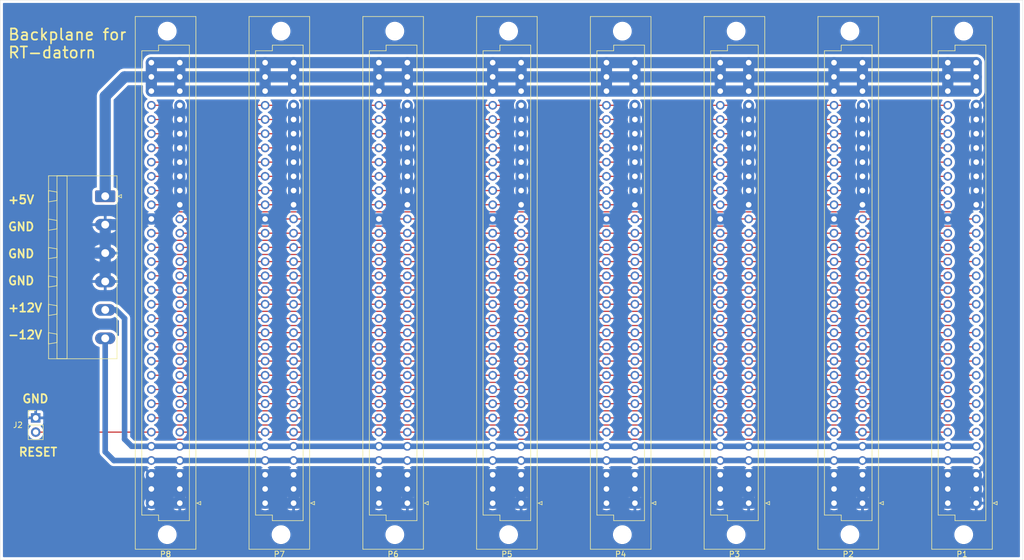
<source format=kicad_pcb>
(kicad_pcb (version 20221018) (generator pcbnew)
  (title_block (title "Backplane for the \"new\" RT-dator") (date "2024-08-17") (rev "0.0") (company "Mikael Karlsson 2024"))
  (layers (0 "F.Cu" signal) (31 "B.Cu" signal) (34 "B.Paste" user) (35 "F.Paste" user) (36 "B.SilkS" user "B.Silkscreen") (37 "F.SilkS" user "F.Silkscreen") (38 "B.Mask" user) (39 "F.Mask" user) (44 "Edge.Cuts" user))
  (net 0 "")
  (net 1 "GND")
  (net 2 "-12V")
  (net 3 "+12V")
  (net 4 "+5V")
  (net 5 "/ERES")
  (net 6 "/HALT")
  (net 7 "/NA1")
  (net 8 "/E800")
  (net 9 "/A15")
  (net 10 "/A13")
  (net 11 "/A11")
  (net 12 "/A9")
  (net 13 "/A7")
  (net 14 "/A5")
  (net 15 "/A3")
  (net 16 "/A1")
  (net 17 "/RW")
  (net 18 "/IRQ")
  (net 19 "/NA3")
  (net 20 "/A")
  (net 21 "/BA")
  (net 22 "/NA2")
  (net 23 "/E400")
  (net 24 "/A14")
  (net 25 "/A12")
  (net 26 "/A10")
  (net 27 "/A8")
  (net 28 "/A6")
  (net 29 "/A4")
  (net 30 "/A2")
  (net 31 "/A0")
  (net 32 "/IO")
  (net 33 "/E")
  (net 34 "/D0")
  (net 35 "/D1")
  (net 36 "/D2")
  (net 37 "/D3")
  (net 38 "/D4")
  (net 39 "/D5")
  (net 40 "/D6")
  (net 41 "/D7")
  (net 42 "/RESET")
  (net 43 "/B")
  (footprint "Connector_DIN:DIN41612_C_2x32_Female_Vertical_THT" (layer "F.Cu") (at 110.825 142.24 180)
    (fp_text reference "P5")
    (fp_text value "RT-bus")
  )
  (footprint "Connector_DIN:DIN41612_C_2x32_Female_Vertical_THT" (layer "F.Cu") (at 151.465 142.24 180)
    (fp_text reference "P3")
    (fp_text value "RT-bus")
  )
  (footprint "Connector_DIN:DIN41612_C_2x32_Female_Vertical_THT" (layer "F.Cu") (at 131.145 142.24 180)
    (fp_text reference "P4")
    (fp_text value "RT-bus")
  )
  (footprint "Connector_DIN:DIN41612_C_2x32_Female_Vertical_THT" (layer "F.Cu") (at 49.865 142.24 180)
    (fp_text reference "P8")
    (fp_text value "RT-bus")
  )
  (footprint "Connector_DIN:DIN41612_C_2x32_Female_Vertical_THT" (layer "F.Cu") (at 70.185 142.24 180)
    (fp_text reference "P7")
    (fp_text value "RT-bus")
  )
  (footprint "Connector_DIN:DIN41612_C_2x32_Female_Vertical_THT" (layer "F.Cu") (at 171.785 142.24 180)
    (fp_text reference "P2")
    (fp_text value "RT-bus")
  )
  (footprint "Connector_DIN:DIN41612_C_2x32_Female_Vertical_THT" (layer "F.Cu") (at 192.105 142.24 180)
    (fp_text reference "P1")
    (fp_text value "RT-bus")
  )
  (footprint "Connector_DIN:DIN41612_C_2x32_Female_Vertical_THT" (layer "F.Cu") (at 90.505 142.24 180)
    (fp_text reference "P6")
    (fp_text value "RT-bus")
  )
  (footprint "Connector_Phoenix_MSTB:PhoenixContact_MSTBA_2,5_6-G-5,08_1x06_P5.08mm_Horizontal" (layer "F.Cu") (at 36.5435 87.376 -90)
    (fp_text reference "J1" hide)
    (fp_text value "Power")
  )
  (footprint "Connector_PinHeader_2.54mm:PinHeader_1x02_P2.54mm_Vertical" (layer "F.Cu") (at 24.13 127)
    (fp_text reference "J2")
    (fp_text value "External reset")
  )
  (gr_line (start 17.78 152.4) (end 200.406 152.4) (stroke (width 0.05)) (layer "Edge.Cuts"))
  (gr_line (start 200.406 152.4) (end 200.406 52.324) (stroke (width 0.05)) (layer "Edge.Cuts"))
  (gr_line (start 200.406 52.324) (end 17.78 52.324) (stroke (width 0.05)) (layer "Edge.Cuts"))
  (gr_line (start 17.78 52.324) (end 17.78 152.4) (stroke (width 0.05)) (layer "Edge.Cuts"))
  (gr_text "RESET" (at 20.955 133.985) (layer "F.SilkS") (effects (font (size 1.5 1.5) (thickness 0.3) bold) (justify left bottom)))
  (gr_text "GND" (at 21.59 124.46) (layer "F.SilkS") (effects (font (size 1.5 1.5) (thickness 0.3) bold) (justify left bottom)))
  (gr_text "Backplane for\nRT-datorn" (at 19.05 62.865) (layer "F.SilkS") (effects (font (size 2 2) (thickness 0.3) bold) (justify left bottom)))
  (gr_text "+5V\n\nGND\n\nGND\n\nGND\n\n+12V\n\n-12V\n" (at 19.05 113.03) (layer "F.SilkS") (effects (font (size 1.5 1.5) (thickness 0.3) bold) (justify left bottom)))
  (segment (start 192.105 88.9) (end 192.105 71.12) (width 2) (layer "B.Cu") (net 1))
  (segment (start 192.105 139.7) (end 44.785 139.7) (width 2) (layer "B.Cu") (net 1))
  (segment (start 171.785 137.16) (end 171.785 142.24) (width 2) (layer "B.Cu") (net 1))
  (segment (start 58.42 91.44) (end 55.88 88.9) (width 2) (layer "B.Cu") (net 1))
  (segment (start 166.705 91.44) (end 168.275 91.44) (width 2) (layer "B.Cu") (net 1))
  (segment (start 130.175 88.9) (end 131.145 88.9) (width 2) (layer "B.Cu") (net 1))
  (segment (start 65.105 137.16) (end 65.105 142.24) (width 2) (layer "B.Cu") (net 1))
  (segment (start 49.865 88.9) (end 49.53 88.9) (width 2) (layer "B.Cu") (net 1))
  (segment (start 131.145 137.16) (end 131.145 142.24) (width 2) (layer "B.Cu") (net 1))
  (segment (start 99.06 91.44) (end 96.52 88.9) (width 2) (layer "B.Cu") (net 1))
  (segment (start 177.8 88.9) (end 171.785 88.9) (width 2) (layer "B.Cu") (net 1))
  (segment (start 146.385 137.16) (end 146.385 142.24) (width 2) (layer "B.Cu") (net 1))
  (segment (start 41.91 91.44) (end 40.894 92.456) (width 2) (layer "B.Cu") (net 1))
  (segment (start 76.2 88.9) (end 70.185 88.9) (width 2) (layer "B.Cu") (net 1))
  (segment (start 188.595 91.44) (end 191.135 88.9) (width 2) (layer "B.Cu") (net 1))
  (segment (start 65.105 91.44) (end 66.675 91.44) (width 2) (layer "B.Cu") (net 1))
  (segment (start 36.5435 97.536) (end 33.274 97.536) (width 2) (layer "B.Cu") (net 1))
  (segment (start 126.065 91.44) (end 127.635 91.44) (width 2) (layer "B.Cu") (net 1))
  (segment (start 90.505 88.9) (end 90.505 71.12) (width 2) (layer "B.Cu") (net 1))
  (segment (start 49.53 88.9) (end 46.99 91.44) (width 2) (layer "B.Cu") (net 1))
  (segment (start 44.785 91.44) (end 41.91 91.44) (width 2) (layer "B.Cu") (net 1))
  (segment (start 34.29 139.7) (end 30.48 135.89) (width 2) (layer "B.Cu") (net 1))
  (segment (start 90.505 137.16) (end 90.505 142.24) (width 2) (layer "B.Cu") (net 1))
  (segment (start 146.385 91.44) (end 147.955 91.44) (width 2) (layer "B.Cu") (net 1))
  (segment (start 49.865 137.16) (end 49.865 142.24) (width 2) (layer "B.Cu") (net 1))
  (segment (start 171.785 88.9) (end 171.785 71.12) (width 2) (layer "B.Cu") (net 1))
  (segment (start 187.025 91.44) (end 188.595 91.44) (width 2) (layer "B.Cu") (net 1))
  (segment (start 55.88 88.9) (end 49.865 88.9) (width 2) (layer "B.Cu") (net 1))
  (segment (start 191.135 88.9) (end 192.105 88.9) (width 2) (layer "B.Cu") (net 1))
  (segment (start 78.74 91.44) (end 76.2 88.9) (width 2) (layer "B.Cu") (net 1))
  (segment (start 86.995 91.44) (end 89.535 88.9) (width 2) (layer "B.Cu") (net 1))
  (segment (start 44.785 142.24) (end 192.105 142.24) (width 2) (layer "B.Cu") (net 1))
  (segment (start 147.955 91.44) (end 150.495 88.9) (width 2) (layer "B.Cu") (net 1))
  (segment (start 187.025 137.16) (end 187.025 142.24) (width 2) (layer "B.Cu") (net 1))
  (segment (start 107.315 91.44) (end 109.855 88.9) (width 2) (layer "B.Cu") (net 1))
  (segment (start 30.48 100.33) (end 30.48 135.89) (width 2) (layer "B.Cu") (net 1))
  (segment (start 180.34 91.44) (end 177.8 88.9) (width 2) (layer "B.Cu") (net 1))
  (segment (start 46.99 91.44) (end 44.785 91.44) (width 2) (layer "B.Cu") (net 1))
  (segment (start 170.815 88.9) (end 171.785 88.9) (width 2) (layer "B.Cu") (net 1))
  (segment (start 139.7 91.44) (end 137.16 88.9) (width 2) (layer "B.Cu") (net 1))
  (segment (start 40.894 92.456) (end 36.5435 92.456) (width 2) (layer "B.Cu") (net 1))
  (segment (start 85.425 91.44) (end 86.995 91.44) (width 2) (layer "B.Cu") (net 1))
  (segment (start 105.745 91.44) (end 107.315 91.44) (width 2) (layer "B.Cu") (net 1))
  (segment (start 126.065 91.44) (end 119.38 91.44) (width 2) (layer "B.Cu") (net 1))
  (segment (start 160.02 91.44) (end 157.48 88.9) (width 2) (layer "B.Cu") (net 1))
  (segment (start 69.215 88.9) (end 70.185 88.9) (width 2) (layer "B.Cu") (net 1))
  (segment (start 151.465 88.9) (end 151.465 71.12) (width 2) (layer "B.Cu") (net 1))
  (segment (start 116.84 88.9) (end 110.825 88.9) (width 2) (layer "B.Cu") (net 1))
  (segment (start 137.16 88.9) (end 131.145 88.9) (width 2) (layer "B.Cu") (net 1))
  (segment (start 151.465 137.16) (end 151.465 142.24) (width 2) (layer "B.Cu") (net 1))
  (segment (start 146.385 91.44) (end 139.7 91.44) (width 2) (layer "B.Cu") (net 1))
  (segment (start 44.785 137.16) (end 192.105 137.16) (width 2) (layer "B.Cu") (net 1))
  (segment (start 70.185 137.16) (end 70.185 142.24) (width 2) (layer "B.Cu") (net 1))
  (segment (start 109.855 88.9) (end 110.825 88.9) (width 2) (layer "B.Cu") (net 1))
  (segment (start 85.425 137.16) (end 85.425 142.24) (width 2) (layer "B.Cu") (net 1))
  (segment (start 126.065 137.16) (end 126.065 142.24) (width 2) (layer "B.Cu") (net 1))
  (segment (start 166.705 91.44) (end 160.02 91.44) (width 2) (layer "B.Cu") (net 1))
  (segment (start 66.675 91.44) (end 69.215 88.9) (width 2) (layer "B.Cu") (net 1))
  (segment (start 105.745 137.16) (end 105.745 142.24) (width 2) (layer "B.Cu") (net 1))
  (segment (start 105.745 91.44) (end 99.06 91.44) (width 2) (layer "B.Cu") (net 1))
  (segment (start 127.635 91.44) (end 130.175 88.9) (width 2) (layer "B.Cu") (net 1))
  (segment (start 157.48 88.9) (end 151.465 88.9) (width 2) (layer "B.Cu") (net 1))
  (segment (start 89.535 88.9) (end 90.505 88.9) (width 2) (layer "B.Cu") (net 1))
  (segment (start 110.825 88.9) (end 110.825 71.12) (width 2) (layer "B.Cu") (net 1))
  (segment (start 187.025 91.44) (end 180.34 91.44) (width 2) (layer "B.Cu") (net 1))
  (segment (start 96.52 88.9) (end 90.505 88.9) (width 2) (layer "B.Cu") (net 1))
  (segment (start 70.185 88.9) (end 70.185 71.12) (width 2) (layer "B.Cu") (net 1))
  (segment (start 192.105 142.24) (end 192.105 137.16) (width 2) (layer "B.Cu") (net 1))
  (segment (start 85.425 91.44) (end 78.74 91.44) (width 2) (layer "B.Cu") (net 1))
  (segment (start 166.705 137.16) (end 166.705 142.24) (width 2) (layer "B.Cu") (net 1))
  (segment (start 119.38 91.44) (end 116.84 88.9) (width 2) (layer "B.Cu") (net 1))
  (segment (start 33.274 97.536) (end 30.48 100.33) (width 2) (layer "B.Cu") (net 1))
  (segment (start 150.495 88.9) (end 151.465 88.9) (width 2) (layer "B.Cu") (net 1))
  (segment (start 110.825 137.16) (end 110.825 142.24) (width 2) (layer "B.Cu") (net 1))
  (segment (start 36.5435 92.456) (end 36.5435 102.616) (width 2) (layer "B.Cu") (net 1))
  (segment (start 168.275 91.44) (end 170.815 88.9) (width 2) (layer "B.Cu") (net 1))
  (segment (start 49.865 88.9) (end 49.865 71.12) (width 2) (layer "B.Cu") (net 1))
  (segment (start 44.785 137.16) (end 44.785 142.24) (width 2) (layer "B.Cu") (net 1))
  (segment (start 131.145 71.12) (end 131.145 88.9) (width 2) (layer "B.Cu") (net 1))
  (segment (start 44.785 139.7) (end 34.29 139.7) (width 2) (layer "B.Cu") (net 1))
  (segment (start 65.105 91.44) (end 58.42 91.44) (width 2) (layer "B.Cu") (net 1))
  (segment (start 38.1 134.62) (end 36.5435 133.0635) (width 1) (layer "B.Cu") (net 2))
  (segment (start 44.785 134.62) (end 38.1 134.62) (width 1) (layer "B.Cu") (net 2))
  (segment (start 36.5435 133.0635) (end 36.5435 112.776) (width 1) (layer "B.Cu") (net 2))
  (segment (start 192.105 134.62) (end 44.785 134.62) (width 1) (layer "B.Cu") (net 2))
  (segment (start 41.275 132.08) (end 44.785 132.08) (width 1) (layer "B.Cu") (net 3))
  (segment (start 40.005 109.22) (end 40.005 130.81) (width 1) (layer "B.Cu") (net 3))
  (segment (start 36.5435 107.696) (end 38.481 107.696) (width 1) (layer "B.Cu") (net 3))
  (segment (start 38.481 107.696) (end 40.005 109.22) (width 1) (layer "B.Cu") (net 3))
  (segment (start 40.005 130.81) (end 41.275 132.08) (width 1) (layer "B.Cu") (net 3))
  (segment (start 44.785 132.08) (end 192.105 132.08) (width 1) (layer "B.Cu") (net 3))
  (segment (start 85.425 63.5) (end 85.425 68.58) (width 2) (layer "B.Cu") (net 4))
  (segment (start 70.185 63.5) (end 70.185 68.58) (width 2) (layer "B.Cu") (net 4))
  (segment (start 171.785 63.5) (end 171.785 68.58) (width 2) (layer "B.Cu") (net 4))
  (segment (start 36.5435 69.5015) (end 36.5435 87.376) (width 2) (layer "B.Cu") (net 4))
  (segment (start 44.785 63.5) (end 192.105 63.5) (width 2) (layer "B.Cu") (net 4))
  (segment (start 187.025 63.5) (end 187.025 68.58) (width 2) (layer "B.Cu") (net 4))
  (segment (start 44.785 66.04) (end 40.005 66.04) (width 2) (layer "B.Cu") (net 4))
  (segment (start 151.465 63.5) (end 151.465 68.58) (width 2) (layer "B.Cu") (net 4))
  (segment (start 146.385 63.5) (end 146.385 68.58) (width 2) (layer "B.Cu") (net 4))
  (segment (start 90.505 63.5) (end 90.505 68.58) (width 2) (layer "B.Cu") (net 4))
  (segment (start 44.785 68.58) (end 192.105 68.58) (width 2) (layer "B.Cu") (net 4))
  (segment (start 44.785 63.5) (end 44.785 68.58) (width 2) (layer "B.Cu") (net 4))
  (segment (start 65.105 63.5) (end 65.105 68.58) (width 2) (layer "B.Cu") (net 4))
  (segment (start 192.105 63.5) (end 192.105 68.58) (width 2) (layer "B.Cu") (net 4))
  (segment (start 40.005 66.04) (end 36.5435 69.5015) (width 2) (layer "B.Cu") (net 4))
  (segment (start 192.105 66.04) (end 44.785 66.04) (width 2) (layer "B.Cu") (net 4))
  (segment (start 131.145 63.5) (end 131.145 68.58) (width 2) (layer "B.Cu") (net 4))
  (segment (start 105.745 63.5) (end 105.745 68.58) (width 2) (layer "B.Cu") (net 4))
  (segment (start 166.705 63.5) (end 166.705 68.58) (width 2) (layer "B.Cu") (net 4))
  (segment (start 126.065 63.5) (end 126.065 68.58) (width 2) (layer "B.Cu") (net 4))
  (segment (start 110.825 63.5) (end 110.825 68.58) (width 2) (layer "B.Cu") (net 4))
  (segment (start 49.865 63.5) (end 49.865 68.58) (width 2) (layer "B.Cu") (net 4))
  (segment (start 123.825 129.54) (end 126.065 129.54) (width 0.2) (layer "F.Cu") (net 5))
  (segment (start 122.555 130.81) (end 123.825 129.54) (width 0.2) (layer "F.Cu") (net 5))
  (segment (start 46.99 129.54) (end 48.26 130.81) (width 0.2) (layer "F.Cu") (net 5))
  (segment (start 65.105 129.54) (end 67.31 129.54) (width 0.2) (layer "F.Cu") (net 5))
  (segment (start 87.63 129.54) (end 88.9 130.81) (width 0.2) (layer "F.Cu") (net 5))
  (segment (start 81.915 130.81) (end 83.185 129.54) (width 0.2) (layer "F.Cu") (net 5))
  (segment (start 67.31 129.54) (end 68.58 130.81) (width 0.2) (layer "F.Cu") (net 5))
  (segment (start 129.54 130.81) (end 142.875 130.81) (width 0.2) (layer "F.Cu") (net 5))
  (segment (start 88.9 130.81) (end 102.235 130.81) (width 0.2) (layer "F.Cu") (net 5))
  (segment (start 44.785 129.54) (end 24.13 129.54) (width 0.2) (layer "F.Cu") (net 5))
  (segment (start 146.385 129.54) (end 148.59 129.54) (width 0.2) (layer "F.Cu") (net 5))
  (segment (start 144.145 129.54) (end 146.385 129.54) (width 0.2) (layer "F.Cu") (net 5))
  (segment (start 163.195 130.81) (end 164.465 129.54) (width 0.2) (layer "F.Cu") (net 5))
  (segment (start 107.95 129.54) (end 109.22 130.81) (width 0.2) (layer "F.Cu") (net 5))
  (segment (start 149.86 130.81) (end 163.195 130.81) (width 0.2) (layer "F.Cu") (net 5))
  (segment (start 68.58 130.81) (end 81.915 130.81) (width 0.2) (layer "F.Cu") (net 5))
  (segment (start 102.235 130.81) (end 103.505 129.54) (width 0.2) (layer "F.Cu") (net 5))
  (segment (start 61.595 130.81) (end 62.865 129.54) (width 0.2) (layer "F.Cu") (net 5))
  (segment (start 62.865 129.54) (end 65.105 129.54) (width 0.2) (layer "F.Cu") (net 5))
  (segment (start 128.27 129.54) (end 129.54 130.81) (width 0.2) (layer "F.Cu") (net 5))
  (segment (start 109.22 130.81) (end 122.555 130.81) (width 0.2) (layer "F.Cu") (net 5))
  (segment (start 142.875 130.81) (end 144.145 129.54) (width 0.2) (layer "F.Cu") (net 5))
  (segment (start 164.465 129.54) (end 166.705 129.54) (width 0.2) (layer "F.Cu") (net 5))
  (segment (start 85.425 129.54) (end 87.63 129.54) (width 0.2) (layer "F.Cu") (net 5))
  (segment (start 168.91 129.54) (end 170.18 130.81) (width 0.2) (layer "F.Cu") (net 5))
  (segment (start 105.745 129.54) (end 107.95 129.54) (width 0.2) (layer "F.Cu") (net 5))
  (segment (start 44.785 129.54) (end 46.99 129.54) (width 0.2) (layer "F.Cu") (net 5))
  (segment (start 183.515 130.81) (end 184.785 129.54) (width 0.2) (layer "F.Cu") (net 5))
  (segment (start 83.185 129.54) (end 85.425 129.54) (width 0.2) (layer "F.Cu") (net 5))
  (segment (start 103.505 129.54) (end 105.745 129.54) (width 0.2) (layer "F.Cu") (net 5))
  (segment (start 184.785 129.54) (end 187.025 129.54) (width 0.2) (layer "F.Cu") (net 5))
  (segment (start 48.26 130.81) (end 61.595 130.81) (width 0.2) (layer "F.Cu") (net 5))
  (segment (start 166.705 129.54) (end 168.91 129.54) (width 0.2) (layer "F.Cu") (net 5))
  (segment (start 126.065 129.54) (end 128.27 129.54) (width 0.2) (layer "F.Cu") (net 5))
  (segment (start 170.18 130.81) (end 183.515 130.81) (width 0.2) (layer "F.Cu") (net 5))
  (segment (start 148.59 129.54) (end 149.86 130.81) (width 0.2) (layer "F.Cu") (net 5))
  (segment (start 183.515 125.73) (end 184.785 124.46) (width 0.2) (layer "F.Cu") (net 6))
  (segment (start 102.235 125.73) (end 103.505 124.46) (width 0.2) (layer "F.Cu") (net 6))
  (segment (start 149.86 125.73) (end 163.195 125.73) (width 0.2) (layer "F.Cu") (net 6))
  (segment (start 46.99 124.46) (end 48.26 125.73) (width 0.2) (layer "F.Cu") (net 6))
  (segment (start 87.63 124.46) (end 88.9 125.73) (width 0.2) (layer "F.Cu") (net 6))
  (segment (start 68.58 125.73) (end 81.915 125.73) (width 0.2) (layer "F.Cu") (net 6))
  (segment (start 65.105 124.46) (end 67.31 124.46) (width 0.2) (layer "F.Cu") (net 6))
  (segment (start 85.425 124.46) (end 87.63 124.46) (width 0.2) (layer "F.Cu") (net 6))
  (segment (start 109.22 125.73) (end 122.555 125.73) (width 0.2) (layer "F.Cu") (net 6))
  (segment (start 128.27 124.46) (end 129.54 125.73) (width 0.2) (layer "F.Cu") (net 6))
  (segment (start 164.465 124.46) (end 166.705 124.46) (width 0.2) (layer "F.Cu") (net 6))
  (segment (start 81.915 125.73) (end 83.185 124.46) (width 0.2) (layer "F.Cu") (net 6))
  (segment (start 67.31 124.46) (end 68.58 125.73) (width 0.2) (layer "F.Cu") (net 6))
  (segment (start 146.385 124.46) (end 148.59 124.46) (width 0.2) (layer "F.Cu") (net 6))
  (segment (start 107.95 124.46) (end 109.22 125.73) (width 0.2) (layer "F.Cu") (net 6))
  (segment (start 88.9 125.73) (end 102.235 125.73) (width 0.2) (layer "F.Cu") (net 6))
  (segment (start 148.59 124.46) (end 149.86 125.73) (width 0.2) (layer "F.Cu") (net 6))
  (segment (start 61.595 125.73) (end 62.865 124.46) (width 0.2) (layer "F.Cu") (net 6))
  (segment (start 103.505 124.46) (end 105.745 124.46) (width 0.2) (layer "F.Cu") (net 6))
  (segment (start 129.54 125.73) (end 142.875 125.73) (width 0.2) (layer "F.Cu") (net 6))
  (segment (start 62.865 124.46) (end 65.105 124.46) (width 0.2) (layer "F.Cu") (net 6))
  (segment (start 122.555 125.73) (end 123.825 124.46) (width 0.2) (layer "F.Cu") (net 6))
  (segment (start 123.825 124.46) (end 126.065 124.46) (width 0.2) (layer "F.Cu") (net 6))
  (segment (start 184.785 124.46) (end 187.025 124.46) (width 0.2) (layer "F.Cu") (net 6))
  (segment (start 48.26 125.73) (end 61.595 125.73) (width 0.2) (layer "F.Cu") (net 6))
  (segment (start 126.065 124.46) (end 128.27 124.46) (width 0.2) (layer "F.Cu") (net 6))
  (segment (start 83.185 124.46) (end 85.425 124.46) (width 0.2) (layer "F.Cu") (net 6))
  (segment (start 163.195 125.73) (end 164.465 124.46) (width 0.2) (layer "F.Cu") (net 6))
  (segment (start 105.745 124.46) (end 107.95 124.46) (width 0.2) (layer "F.Cu") (net 6))
  (segment (start 170.18 125.73) (end 183.515 125.73) (width 0.2) (layer "F.Cu") (net 6))
  (segment (start 142.875 125.73) (end 144.145 124.46) (width 0.2) (layer "F.Cu") (net 6))
  (segment (start 166.705 124.46) (end 168.91 124.46) (width 0.2) (layer "F.Cu") (net 6))
  (segment (start 168.91 124.46) (end 170.18 125.73) (width 0.2) (layer "F.Cu") (net 6))
  (segment (start 144.145 124.46) (end 146.385 124.46) (width 0.2) (layer "F.Cu") (net 6))
  (segment (start 44.785 124.46) (end 46.99 124.46) (width 0.2) (layer "F.Cu") (net 6))
  (segment (start 146.385 121.92) (end 148.59 121.92) (width 0.2) (layer "F.Cu") (net 7))
  (segment (start 164.465 121.92) (end 166.705 121.92) (width 0.2) (layer "F.Cu") (net 7))
  (segment (start 61.595 123.19) (end 62.865 121.92) (width 0.2) (layer "F.Cu") (net 7))
  (segment (start 44.785 121.92) (end 46.99 121.92) (width 0.2) (layer "F.Cu") (net 7))
  (segment (start 46.99 121.92) (end 48.26 123.19) (width 0.2) (layer "F.Cu") (net 7))
  (segment (start 109.22 123.19) (end 122.555 123.19) (width 0.2) (layer "F.Cu") (net 7))
  (segment (start 65.105 121.92) (end 67.31 121.92) (width 0.2) (layer "F.Cu") (net 7))
  (segment (start 166.705 121.92) (end 168.91 121.92) (width 0.2) (layer "F.Cu") (net 7))
  (segment (start 128.27 121.92) (end 129.54 123.19) (width 0.2) (layer "F.Cu") (net 7))
  (segment (start 184.785 121.92) (end 187.025 121.92) (width 0.2) (layer "F.Cu") (net 7))
  (segment (start 88.9 123.19) (end 102.235 123.19) (width 0.2) (layer "F.Cu") (net 7))
  (segment (start 126.065 121.92) (end 128.27 121.92) (width 0.2) (layer "F.Cu") (net 7))
  (segment (start 67.31 121.92) (end 68.58 123.19) (width 0.2) (layer "F.Cu") (net 7))
  (segment (start 170.18 123.19) (end 183.515 123.19) (width 0.2) (layer "F.Cu") (net 7))
  (segment (start 85.425 121.92) (end 87.63 121.92) (width 0.2) (layer "F.Cu") (net 7))
  (segment (start 48.26 123.19) (end 61.595 123.19) (width 0.2) (layer "F.Cu") (net 7))
  (segment (start 142.875 123.19) (end 144.145 121.92) (width 0.2) (layer "F.Cu") (net 7))
  (segment (start 83.185 121.92) (end 85.425 121.92) (width 0.2) (layer "F.Cu") (net 7))
  (segment (start 123.825 121.92) (end 126.065 121.92) (width 0.2) (layer "F.Cu") (net 7))
  (segment (start 129.54 123.19) (end 142.875 123.19) (width 0.2) (layer "F.Cu") (net 7))
  (segment (start 168.91 121.92) (end 170.18 123.19) (width 0.2) (layer "F.Cu") (net 7))
  (segment (start 102.235 123.19) (end 103.505 121.92) (width 0.2) (layer "F.Cu") (net 7))
  (segment (start 149.86 123.19) (end 163.195 123.19) (width 0.2) (layer "F.Cu") (net 7))
  (segment (start 107.95 121.92) (end 109.22 123.19) (width 0.2) (layer "F.Cu") (net 7))
  (segment (start 103.505 121.92) (end 105.745 121.92) (width 0.2) (layer "F.Cu") (net 7))
  (segment (start 62.865 121.92) (end 65.105 121.92) (width 0.2) (layer "F.Cu") (net 7))
  (segment (start 148.59 121.92) (end 149.86 123.19) (width 0.2) (layer "F.Cu") (net 7))
  (segment (start 183.515 123.19) (end 184.785 121.92) (width 0.2) (layer "F.Cu") (net 7))
  (segment (start 81.915 123.19) (end 83.185 121.92) (width 0.2) (layer "F.Cu") (net 7))
  (segment (start 87.63 121.92) (end 88.9 123.19) (width 0.2) (layer "F.Cu") (net 7))
  (segment (start 144.145 121.92) (end 146.385 121.92) (width 0.2) (layer "F.Cu") (net 7))
  (segment (start 163.195 123.19) (end 164.465 121.92) (width 0.2) (layer "F.Cu") (net 7))
  (segment (start 122.555 123.19) (end 123.825 121.92) (width 0.2) (layer "F.Cu") (net 7))
  (segment (start 105.745 121.92) (end 107.95 121.92) (width 0.2) (layer "F.Cu") (net 7))
  (segment (start 68.58 123.19) (end 81.915 123.19) (width 0.2) (layer "F.Cu") (net 7))
  (segment (start 183.515 120.65) (end 184.785 119.38) (width 0.2) (layer "F.Cu") (net 8))
  (segment (start 126.065 119.38) (end 128.27 119.38) (width 0.2) (layer "F.Cu") (net 8))
  (segment (start 68.58 120.65) (end 81.915 120.65) (width 0.2) (layer "F.Cu") (net 8))
  (segment (start 122.555 120.65) (end 123.825 119.38) (width 0.2) (layer "F.Cu") (net 8))
  (segment (start 48.26 120.65) (end 61.595 120.65) (width 0.2) (layer "F.Cu") (net 8))
  (segment (start 168.91 119.38) (end 170.18 120.65) (width 0.2) (layer "F.Cu") (net 8))
  (segment (start 85.425 119.38) (end 87.63 119.38) (width 0.2) (layer "F.Cu") (net 8))
  (segment (start 102.235 120.65) (end 103.505 119.38) (width 0.2) (layer "F.Cu") (net 8))
  (segment (start 103.505 119.38) (end 105.745 119.38) (width 0.2) (layer "F.Cu") (net 8))
  (segment (start 109.22 120.65) (end 122.555 120.65) (width 0.2) (layer "F.Cu") (net 8))
  (segment (start 88.9 120.65) (end 102.235 120.65) (width 0.2) (layer "F.Cu") (net 8))
  (segment (start 46.99 119.38) (end 48.26 120.65) (width 0.2) (layer "F.Cu") (net 8))
  (segment (start 164.465 119.38) (end 166.705 119.38) (width 0.2) (layer "F.Cu") (net 8))
  (segment (start 65.105 119.38) (end 67.31 119.38) (width 0.2) (layer "F.Cu") (net 8))
  (segment (start 44.785 119.38) (end 46.99 119.38) (width 0.2) (layer "F.Cu") (net 8))
  (segment (start 184.785 119.38) (end 187.025 119.38) (width 0.2) (layer "F.Cu") (net 8))
  (segment (start 144.145 119.38) (end 146.385 119.38) (width 0.2) (layer "F.Cu") (net 8))
  (segment (start 149.86 120.65) (end 163.195 120.65) (width 0.2) (layer "F.Cu") (net 8))
  (segment (start 128.27 119.38) (end 129.54 120.65) (width 0.2) (layer "F.Cu") (net 8))
  (segment (start 62.865 119.38) (end 65.105 119.38) (width 0.2) (layer "F.Cu") (net 8))
  (segment (start 105.745 119.38) (end 107.95 119.38) (width 0.2) (layer "F.Cu") (net 8))
  (segment (start 148.59 119.38) (end 149.86 120.65) (width 0.2) (layer "F.Cu") (net 8))
  (segment (start 61.595 120.65) (end 62.865 119.38) (width 0.2) (layer "F.Cu") (net 8))
  (segment (start 146.385 119.38) (end 148.59 119.38) (width 0.2) (layer "F.Cu") (net 8))
  (segment (start 107.95 119.38) (end 109.22 120.65) (width 0.2) (layer "F.Cu") (net 8))
  (segment (start 170.18 120.65) (end 183.515 120.65) (width 0.2) (layer "F.Cu") (net 8))
  (segment (start 123.825 119.38) (end 126.065 119.38) (width 0.2) (layer "F.Cu") (net 8))
  (segment (start 67.31 119.38) (end 68.58 120.65) (width 0.2) (layer "F.Cu") (net 8))
  (segment (start 87.63 119.38) (end 88.9 120.65) (width 0.2) (layer "F.Cu") (net 8))
  (segment (start 81.915 120.65) (end 83.185 119.38) (width 0.2) (layer "F.Cu") (net 8))
  (segment (start 142.875 120.65) (end 144.145 119.38) (width 0.2) (layer "F.Cu") (net 8))
  (segment (start 83.185 119.38) (end 85.425 119.38) (width 0.2) (layer "F.Cu") (net 8))
  (segment (start 163.195 120.65) (end 164.465 119.38) (width 0.2) (layer "F.Cu") (net 8))
  (segment (start 129.54 120.65) (end 142.875 120.65) (width 0.2) (layer "F.Cu") (net 8))
  (segment (start 166.705 119.38) (end 168.91 119.38) (width 0.2) (layer "F.Cu") (net 8))
  (segment (start 168.91 116.84) (end 170.18 118.11) (width 0.2) (layer "F.Cu") (net 9))
  (segment (start 44.785 116.84) (end 46.99 116.84) (width 0.2) (layer "F.Cu") (net 9))
  (segment (start 107.95 116.84) (end 109.22 118.11) (width 0.2) (layer "F.Cu") (net 9))
  (segment (start 87.63 116.84) (end 88.9 118.11) (width 0.2) (layer "F.Cu") (net 9))
  (segment (start 65.105 116.84) (end 67.31 116.84) (width 0.2) (layer "F.Cu") (net 9))
  (segment (start 144.145 116.84) (end 146.385 116.84) (width 0.2) (layer "F.Cu") (net 9))
  (segment (start 164.465 116.84) (end 166.705 116.84) (width 0.2) (layer "F.Cu") (net 9))
  (segment (start 170.18 118.11) (end 183.515 118.11) (width 0.2) (layer "F.Cu") (net 9))
  (segment (start 129.54 118.11) (end 142.875 118.11) (width 0.2) (layer "F.Cu") (net 9))
  (segment (start 184.785 116.84) (end 187.025 116.84) (width 0.2) (layer "F.Cu") (net 9))
  (segment (start 61.595 118.11) (end 62.865 116.84) (width 0.2) (layer "F.Cu") (net 9))
  (segment (start 68.58 118.11) (end 81.915 118.11) (width 0.2) (layer "F.Cu") (net 9))
  (segment (start 163.195 118.11) (end 164.465 116.84) (width 0.2) (layer "F.Cu") (net 9))
  (segment (start 142.875 118.11) (end 144.145 116.84) (width 0.2) (layer "F.Cu") (net 9))
  (segment (start 67.31 116.84) (end 68.58 118.11) (width 0.2) (layer "F.Cu") (net 9))
  (segment (start 146.385 116.84) (end 148.59 116.84) (width 0.2) (layer "F.Cu") (net 9))
  (segment (start 103.505 116.84) (end 105.745 116.84) (width 0.2) (layer "F.Cu") (net 9))
  (segment (start 85.425 116.84) (end 87.63 116.84) (width 0.2) (layer "F.Cu") (net 9))
  (segment (start 109.22 118.11) (end 122.555 118.11) (width 0.2) (layer "F.Cu") (net 9))
  (segment (start 149.86 118.11) (end 163.195 118.11) (width 0.2) (layer "F.Cu") (net 9))
  (segment (start 83.185 116.84) (end 85.425 116.84) (width 0.2) (layer "F.Cu") (net 9))
  (segment (start 102.235 118.11) (end 103.505 116.84) (width 0.2) (layer "F.Cu") (net 9))
  (segment (start 81.915 118.11) (end 83.185 116.84) (width 0.2) (layer "F.Cu") (net 9))
  (segment (start 122.555 118.11) (end 123.825 116.84) (width 0.2) (layer "F.Cu") (net 9))
  (segment (start 46.99 116.84) (end 48.26 118.11) (width 0.2) (layer "F.Cu") (net 9))
  (segment (start 48.26 118.11) (end 61.595 118.11) (width 0.2) (layer "F.Cu") (net 9))
  (segment (start 126.065 116.84) (end 128.27 116.84) (width 0.2) (layer "F.Cu") (net 9))
  (segment (start 183.515 118.11) (end 184.785 116.84) (width 0.2) (layer "F.Cu") (net 9))
  (segment (start 148.59 116.84) (end 149.86 118.11) (width 0.2) (layer "F.Cu") (net 9))
  (segment (start 128.27 116.84) (end 129.54 118.11) (width 0.2) (layer "F.Cu") (net 9))
  (segment (start 88.9 118.11) (end 102.235 118.11) (width 0.2) (layer "F.Cu") (net 9))
  (segment (start 105.745 116.84) (end 107.95 116.84) (width 0.2) (layer "F.Cu") (net 9))
  (segment (start 166.705 116.84) (end 168.91 116.84) (width 0.2) (layer "F.Cu") (net 9))
  (segment (start 123.825 116.84) (end 126.065 116.84) (width 0.2) (layer "F.Cu") (net 9))
  (segment (start 62.865 116.84) (end 65.105 116.84) (width 0.2) (layer "F.Cu") (net 9))
  (segment (start 105.745 114.3) (end 107.95 114.3) (width 0.2) (layer "F.Cu") (net 10))
  (segment (start 109.22 115.57) (end 122.555 115.57) (width 0.2) (layer "F.Cu") (net 10))
  (segment (start 44.785 114.3) (end 46.99 114.3) (width 0.2) (layer "F.Cu") (net 10))
  (segment (start 81.915 115.57) (end 83.185 114.3) (width 0.2) (layer "F.Cu") (net 10))
  (segment (start 83.185 114.3) (end 85.425 114.3) (width 0.2) (layer "F.Cu") (net 10))
  (segment (start 122.555 115.57) (end 123.825 114.3) (width 0.2) (layer "F.Cu") (net 10))
  (segment (start 163.195 115.57) (end 164.465 114.3) (width 0.2) (layer "F.Cu") (net 10))
  (segment (start 87.63 114.3) (end 88.9 115.57) (width 0.2) (layer "F.Cu") (net 10))
  (segment (start 103.505 114.3) (end 105.745 114.3) (width 0.2) (layer "F.Cu") (net 10))
  (segment (start 67.31 114.3) (end 68.58 115.57) (width 0.2) (layer "F.Cu") (net 10))
  (segment (start 149.86 115.57) (end 163.195 115.57) (width 0.2) (layer "F.Cu") (net 10))
  (segment (start 61.595 115.57) (end 62.865 114.3) (width 0.2) (layer "F.Cu") (net 10))
  (segment (start 166.705 114.3) (end 168.91 114.3) (width 0.2) (layer "F.Cu") (net 10))
  (segment (start 170.18 115.57) (end 183.515 115.57) (width 0.2) (layer "F.Cu") (net 10))
  (segment (start 102.235 115.57) (end 103.505 114.3) (width 0.2) (layer "F.Cu") (net 10))
  (segment (start 184.785 114.3) (end 187.025 114.3) (width 0.2) (layer "F.Cu") (net 10))
  (segment (start 88.9 115.57) (end 102.235 115.57) (width 0.2) (layer "F.Cu") (net 10))
  (segment (start 129.54 115.57) (end 142.875 115.57) (width 0.2) (layer "F.Cu") (net 10))
  (segment (start 123.825 114.3) (end 126.065 114.3) (width 0.2) (layer "F.Cu") (net 10))
  (segment (start 85.425 114.3) (end 87.63 114.3) (width 0.2) (layer "F.Cu") (net 10))
  (segment (start 68.58 115.57) (end 81.915 115.57) (width 0.2) (layer "F.Cu") (net 10))
  (segment (start 168.91 114.3) (end 170.18 115.57) (width 0.2) (layer "F.Cu") (net 10))
  (segment (start 146.385 114.3) (end 148.59 114.3) (width 0.2) (layer "F.Cu") (net 10))
  (segment (start 107.95 114.3) (end 109.22 115.57) (width 0.2) (layer "F.Cu") (net 10))
  (segment (start 144.145 114.3) (end 146.385 114.3) (width 0.2) (layer "F.Cu") (net 10))
  (segment (start 126.065 114.3) (end 128.27 114.3) (width 0.2) (layer "F.Cu") (net 10))
  (segment (start 148.59 114.3) (end 149.86 115.57) (width 0.2) (layer "F.Cu") (net 10))
  (segment (start 48.26 115.57) (end 61.595 115.57) (width 0.2) (layer "F.Cu") (net 10))
  (segment (start 62.865 114.3) (end 65.105 114.3) (width 0.2) (layer "F.Cu") (net 10))
  (segment (start 128.27 114.3) (end 129.54 115.57) (width 0.2) (layer "F.Cu") (net 10))
  (segment (start 183.515 115.57) (end 184.785 114.3) (width 0.2) (layer "F.Cu") (net 10))
  (segment (start 46.99 114.3) (end 48.26 115.57) (width 0.2) (layer "F.Cu") (net 10))
  (segment (start 65.105 114.3) (end 67.31 114.3) (width 0.2) (layer "F.Cu") (net 10))
  (segment (start 142.875 115.57) (end 144.145 114.3) (width 0.2) (layer "F.Cu") (net 10))
  (segment (start 164.465 114.3) (end 166.705 114.3) (width 0.2) (layer "F.Cu") (net 10))
  (segment (start 144.145 111.76) (end 146.385 111.76) (width 0.2) (layer "F.Cu") (net 11))
  (segment (start 61.595 113.03) (end 62.865 111.76) (width 0.2) (layer "F.Cu") (net 11))
  (segment (start 170.18 113.03) (end 183.515 113.03) (width 0.2) (layer "F.Cu") (net 11))
  (segment (start 103.505 111.76) (end 105.745 111.76) (width 0.2) (layer "F.Cu") (net 11))
  (segment (start 102.235 113.03) (end 103.505 111.76) (width 0.2) (layer "F.Cu") (net 11))
  (segment (start 163.195 113.03) (end 164.465 111.76) (width 0.2) (layer "F.Cu") (net 11))
  (segment (start 44.785 111.76) (end 46.99 111.76) (width 0.2) (layer "F.Cu") (net 11))
  (segment (start 126.065 111.76) (end 128.27 111.76) (width 0.2) (layer "F.Cu") (net 11))
  (segment (start 183.515 113.03) (end 184.785 111.76) (width 0.2) (layer "F.Cu") (net 11))
  (segment (start 142.875 113.03) (end 144.145 111.76) (width 0.2) (layer "F.Cu") (net 11))
  (segment (start 184.785 111.76) (end 187.025 111.76) (width 0.2) (layer "F.Cu") (net 11))
  (segment (start 146.385 111.76) (end 148.59 111.76) (width 0.2) (layer "F.Cu") (net 11))
  (segment (start 83.185 111.76) (end 85.425 111.76) (width 0.2) (layer "F.Cu") (net 11))
  (segment (start 129.54 113.03) (end 142.875 113.03) (width 0.2) (layer "F.Cu") (net 11))
  (segment (start 109.22 113.03) (end 122.555 113.03) (width 0.2) (layer "F.Cu") (net 11))
  (segment (start 67.31 111.76) (end 68.58 113.03) (width 0.2) (layer "F.Cu") (net 11))
  (segment (start 87.63 111.76) (end 88.9 113.03) (width 0.2) (layer "F.Cu") (net 11))
  (segment (start 81.915 113.03) (end 83.185 111.76) (width 0.2) (layer "F.Cu") (net 11))
  (segment (start 166.705 111.76) (end 168.91 111.76) (width 0.2) (layer "F.Cu") (net 11))
  (segment (start 149.86 113.03) (end 163.195 113.03) (width 0.2) (layer "F.Cu") (net 11))
  (segment (start 123.825 111.76) (end 126.065 111.76) (width 0.2) (layer "F.Cu") (net 11))
  (segment (start 128.27 111.76) (end 129.54 113.03) (width 0.2) (layer "F.Cu") (net 11))
  (segment (start 168.91 111.76) (end 170.18 113.03) (width 0.2) (layer "F.Cu") (net 11))
  (segment (start 65.105 111.76) (end 67.31 111.76) (width 0.2) (layer "F.Cu") (net 11))
  (segment (start 148.59 111.76) (end 149.86 113.03) (width 0.2) (layer "F.Cu") (net 11))
  (segment (start 164.465 111.76) (end 166.705 111.76) (width 0.2) (layer "F.Cu") (net 11))
  (segment (start 107.95 111.76) (end 109.22 113.03) (width 0.2) (layer "F.Cu") (net 11))
  (segment (start 46.99 111.76) (end 48.26 113.03) (width 0.2) (layer "F.Cu") (net 11))
  (segment (start 62.865 111.76) (end 65.105 111.76) (width 0.2) (layer "F.Cu") (net 11))
  (segment (start 48.26 113.03) (end 61.595 113.03) (width 0.2) (layer "F.Cu") (net 11))
  (segment (start 68.58 113.03) (end 81.915 113.03) (width 0.2) (layer "F.Cu") (net 11))
  (segment (start 85.425 111.76) (end 87.63 111.76) (width 0.2) (layer "F.Cu") (net 11))
  (segment (start 88.9 113.03) (end 102.235 113.03) (width 0.2) (layer "F.Cu") (net 11))
  (segment (start 122.555 113.03) (end 123.825 111.76) (width 0.2) (layer "F.Cu") (net 11))
  (segment (start 105.745 111.76) (end 107.95 111.76) (width 0.2) (layer "F.Cu") (net 11))
  (segment (start 166.705 109.22) (end 168.91 109.22) (width 0.2) (layer "F.Cu") (net 12))
  (segment (start 48.26 110.49) (end 61.595 110.49) (width 0.2) (layer "F.Cu") (net 12))
  (segment (start 103.505 109.22) (end 105.745 109.22) (width 0.2) (layer "F.Cu") (net 12))
  (segment (start 164.465 109.22) (end 166.705 109.22) (width 0.2) (layer "F.Cu") (net 12))
  (segment (start 107.95 109.22) (end 109.22 110.49) (width 0.2) (layer "F.Cu") (net 12))
  (segment (start 46.99 109.22) (end 48.26 110.49) (width 0.2) (layer "F.Cu") (net 12))
  (segment (start 61.595 110.49) (end 62.865 109.22) (width 0.2) (layer "F.Cu") (net 12))
  (segment (start 142.875 110.49) (end 144.145 109.22) (width 0.2) (layer "F.Cu") (net 12))
  (segment (start 67.31 109.22) (end 68.58 110.49) (width 0.2) (layer "F.Cu") (net 12))
  (segment (start 123.825 109.22) (end 126.065 109.22) (width 0.2) (layer "F.Cu") (net 12))
  (segment (start 88.9 110.49) (end 102.235 110.49) (width 0.2) (layer "F.Cu") (net 12))
  (segment (start 126.065 109.22) (end 128.27 109.22) (width 0.2) (layer "F.Cu") (net 12))
  (segment (start 81.915 110.49) (end 83.185 109.22) (width 0.2) (layer "F.Cu") (net 12))
  (segment (start 149.86 110.49) (end 163.195 110.49) (width 0.2) (layer "F.Cu") (net 12))
  (segment (start 146.385 109.22) (end 148.59 109.22) (width 0.2) (layer "F.Cu") (net 12))
  (segment (start 68.58 110.49) (end 81.915 110.49) (width 0.2) (layer "F.Cu") (net 12))
  (segment (start 105.745 109.22) (end 107.95 109.22) (width 0.2) (layer "F.Cu") (net 12))
  (segment (start 65.105 109.22) (end 67.31 109.22) (width 0.2) (layer "F.Cu") (net 12))
  (segment (start 44.785 109.22) (end 46.99 109.22) (width 0.2) (layer "F.Cu") (net 12))
  (segment (start 129.54 110.49) (end 142.875 110.49) (width 0.2) (layer "F.Cu") (net 12))
  (segment (start 144.145 109.22) (end 146.385 109.22) (width 0.2) (layer "F.Cu") (net 12))
  (segment (start 102.235 110.49) (end 103.505 109.22) (width 0.2) (layer "F.Cu") (net 12))
  (segment (start 128.27 109.22) (end 129.54 110.49) (width 0.2) (layer "F.Cu") (net 12))
  (segment (start 168.91 109.22) (end 170.18 110.49) (width 0.2) (layer "F.Cu") (net 12))
  (segment (start 184.785 109.22) (end 187.025 109.22) (width 0.2) (layer "F.Cu") (net 12))
  (segment (start 148.59 109.22) (end 149.86 110.49) (width 0.2) (layer "F.Cu") (net 12))
  (segment (start 85.425 109.22) (end 87.63 109.22) (width 0.2) (layer "F.Cu") (net 12))
  (segment (start 62.865 109.22) (end 65.105 109.22) (width 0.2) (layer "F.Cu") (net 12))
  (segment (start 122.555 110.49) (end 123.825 109.22) (width 0.2) (layer "F.Cu") (net 12))
  (segment (start 183.515 110.49) (end 184.785 109.22) (width 0.2) (layer "F.Cu") (net 12))
  (segment (start 170.18 110.49) (end 183.515 110.49) (width 0.2) (layer "F.Cu") (net 12))
  (segment (start 163.195 110.49) (end 164.465 109.22) (width 0.2) (layer "F.Cu") (net 12))
  (segment (start 109.22 110.49) (end 122.555 110.49) (width 0.2) (layer "F.Cu") (net 12))
  (segment (start 83.185 109.22) (end 85.425 109.22) (width 0.2) (layer "F.Cu") (net 12))
  (segment (start 87.63 109.22) (end 88.9 110.49) (width 0.2) (layer "F.Cu") (net 12))
  (segment (start 149.86 107.95) (end 163.195 107.95) (width 0.2) (layer "F.Cu") (net 13))
  (segment (start 184.785 106.68) (end 187.025 106.68) (width 0.2) (layer "F.Cu") (net 13))
  (segment (start 109.22 107.95) (end 122.555 107.95) (width 0.2) (layer "F.Cu") (net 13))
  (segment (start 148.59 106.68) (end 149.86 107.95) (width 0.2) (layer "F.Cu") (net 13))
  (segment (start 62.865 106.68) (end 65.105 106.68) (width 0.2) (layer "F.Cu") (net 13))
  (segment (start 107.95 106.68) (end 109.22 107.95) (width 0.2) (layer "F.Cu") (net 13))
  (segment (start 163.195 107.95) (end 164.465 106.68) (width 0.2) (layer "F.Cu") (net 13))
  (segment (start 88.9 107.95) (end 102.235 107.95) (width 0.2) (layer "F.Cu") (net 13))
  (segment (start 164.465 106.68) (end 166.705 106.68) (width 0.2) (layer "F.Cu") (net 13))
  (segment (start 170.18 107.95) (end 183.515 107.95) (width 0.2) (layer "F.Cu") (net 13))
  (segment (start 48.26 107.95) (end 61.595 107.95) (width 0.2) (layer "F.Cu") (net 13))
  (segment (start 126.065 106.68) (end 128.27 106.68) (width 0.2) (layer "F.Cu") (net 13))
  (segment (start 129.54 107.95) (end 142.875 107.95) (width 0.2) (layer "F.Cu") (net 13))
  (segment (start 61.595 107.95) (end 62.865 106.68) (width 0.2) (layer "F.Cu") (net 13))
  (segment (start 65.105 106.68) (end 67.31 106.68) (width 0.2) (layer "F.Cu") (net 13))
  (segment (start 81.915 107.95) (end 83.185 106.68) (width 0.2) (layer "F.Cu") (net 13))
  (segment (start 166.705 106.68) (end 168.91 106.68) (width 0.2) (layer "F.Cu") (net 13))
  (segment (start 46.99 106.68) (end 48.26 107.95) (width 0.2) (layer "F.Cu") (net 13))
  (segment (start 68.58 107.95) (end 81.915 107.95) (width 0.2) (layer "F.Cu") (net 13))
  (segment (start 105.745 106.68) (end 107.95 106.68) (width 0.2) (layer "F.Cu") (net 13))
  (segment (start 103.505 106.68) (end 105.745 106.68) (width 0.2) (layer "F.Cu") (net 13))
  (segment (start 183.515 107.95) (end 184.785 106.68) (width 0.2) (layer "F.Cu") (net 13))
  (segment (start 142.875 107.95) (end 144.145 106.68) (width 0.2) (layer "F.Cu") (net 13))
  (segment (start 122.555 107.95) (end 123.825 106.68) (width 0.2) (layer "F.Cu") (net 13))
  (segment (start 44.785 106.68) (end 46.99 106.68) (width 0.2) (layer "F.Cu") (net 13))
  (segment (start 83.185 106.68) (end 85.425 106.68) (width 0.2) (layer "F.Cu") (net 13))
  (segment (start 146.385 106.68) (end 148.59 106.68) (width 0.2) (layer "F.Cu") (net 13))
  (segment (start 102.235 107.95) (end 103.505 106.68) (width 0.2) (layer "F.Cu") (net 13))
  (segment (start 144.145 106.68) (end 146.385 106.68) (width 0.2) (layer "F.Cu") (net 13))
  (segment (start 128.27 106.68) (end 129.54 107.95) (width 0.2) (layer "F.Cu") (net 13))
  (segment (start 67.31 106.68) (end 68.58 107.95) (width 0.2) (layer "F.Cu") (net 13))
  (segment (start 168.91 106.68) (end 170.18 107.95) (width 0.2) (layer "F.Cu") (net 13))
  (segment (start 87.63 106.68) (end 88.9 107.95) (width 0.2) (layer "F.Cu") (net 13))
  (segment (start 85.425 106.68) (end 87.63 106.68) (width 0.2) (layer "F.Cu") (net 13))
  (segment (start 123.825 106.68) (end 126.065 106.68) (width 0.2) (layer "F.Cu") (net 13))
  (segment (start 87.63 104.14) (end 88.9 105.41) (width 0.2) (layer "F.Cu") (net 14))
  (segment (start 184.785 104.14) (end 187.025 104.14) (width 0.2) (layer "F.Cu") (net 14))
  (segment (start 149.86 105.41) (end 163.195 105.41) (width 0.2) (layer "F.Cu") (net 14))
  (segment (start 88.9 105.41) (end 102.235 105.41) (width 0.2) (layer "F.Cu") (net 14))
  (segment (start 81.915 105.41) (end 83.185 104.14) (width 0.2) (layer "F.Cu") (net 14))
  (segment (start 146.385 104.14) (end 148.59 104.14) (width 0.2) (layer "F.Cu") (net 14))
  (segment (start 48.26 105.41) (end 61.595 105.41) (width 0.2) (layer "F.Cu") (net 14))
  (segment (start 129.54 105.41) (end 142.875 105.41) (width 0.2) (layer "F.Cu") (net 14))
  (segment (start 123.825 104.14) (end 126.065 104.14) (width 0.2) (layer "F.Cu") (net 14))
  (segment (start 142.875 105.41) (end 144.145 104.14) (width 0.2) (layer "F.Cu") (net 14))
  (segment (start 148.59 104.14) (end 149.86 105.41) (width 0.2) (layer "F.Cu") (net 14))
  (segment (start 126.065 104.14) (end 128.27 104.14) (width 0.2) (layer "F.Cu") (net 14))
  (segment (start 62.865 104.14) (end 65.105 104.14) (width 0.2) (layer "F.Cu") (net 14))
  (segment (start 46.99 104.14) (end 48.26 105.41) (width 0.2) (layer "F.Cu") (net 14))
  (segment (start 109.22 105.41) (end 122.555 105.41) (width 0.2) (layer "F.Cu") (net 14))
  (segment (start 102.235 105.41) (end 103.505 104.14) (width 0.2) (layer "F.Cu") (net 14))
  (segment (start 163.195 105.41) (end 164.465 104.14) (width 0.2) (layer "F.Cu") (net 14))
  (segment (start 65.105 104.14) (end 67.31 104.14) (width 0.2) (layer "F.Cu") (net 14))
  (segment (start 85.425 104.14) (end 87.63 104.14) (width 0.2) (layer "F.Cu") (net 14))
  (segment (start 83.185 104.14) (end 85.425 104.14) (width 0.2) (layer "F.Cu") (net 14))
  (segment (start 103.505 104.14) (end 105.745 104.14) (width 0.2) (layer "F.Cu") (net 14))
  (segment (start 122.555 105.41) (end 123.825 104.14) (width 0.2) (layer "F.Cu") (net 14))
  (segment (start 107.95 104.14) (end 109.22 105.41) (width 0.2) (layer "F.Cu") (net 14))
  (segment (start 164.465 104.14) (end 166.705 104.14) (width 0.2) (layer "F.Cu") (net 14))
  (segment (start 61.595 105.41) (end 62.865 104.14) (width 0.2) (layer "F.Cu") (net 14))
  (segment (start 166.705 104.14) (end 168.91 104.14) (width 0.2) (layer "F.Cu") (net 14))
  (segment (start 168.91 104.14) (end 170.18 105.41) (width 0.2) (layer "F.Cu") (net 14))
  (segment (start 68.58 105.41) (end 81.915 105.41) (width 0.2) (layer "F.Cu") (net 14))
  (segment (start 183.515 105.41) (end 184.785 104.14) (width 0.2) (layer "F.Cu") (net 14))
  (segment (start 67.31 104.14) (end 68.58 105.41) (width 0.2) (layer "F.Cu") (net 14))
  (segment (start 170.18 105.41) (end 183.515 105.41) (width 0.2) (layer "F.Cu") (net 14))
  (segment (start 44.785 104.14) (end 46.99 104.14) (width 0.2) (layer "F.Cu") (net 14))
  (segment (start 144.145 104.14) (end 146.385 104.14) (width 0.2) (layer "F.Cu") (net 14))
  (segment (start 128.27 104.14) (end 129.54 105.41) (width 0.2) (layer "F.Cu") (net 14))
  (segment (start 105.745 104.14) (end 107.95 104.14) (width 0.2) (layer "F.Cu") (net 14))
  (segment (start 109.22 102.87) (end 122.555 102.87) (width 0.2) (layer "F.Cu") (net 15))
  (segment (start 168.91 101.6) (end 170.18 102.87) (width 0.2) (layer "F.Cu") (net 15))
  (segment (start 183.515 102.87) (end 184.785 101.6) (width 0.2) (layer "F.Cu") (net 15))
  (segment (start 170.18 102.87) (end 183.515 102.87) (width 0.2) (layer "F.Cu") (net 15))
  (segment (start 163.195 102.87) (end 164.465 101.6) (width 0.2) (layer "F.Cu") (net 15))
  (segment (start 102.235 102.87) (end 103.505 101.6) (width 0.2) (layer "F.Cu") (net 15))
  (segment (start 126.065 101.6) (end 128.27 101.6) (width 0.2) (layer "F.Cu") (net 15))
  (segment (start 87.63 101.6) (end 88.9 102.87) (width 0.2) (layer "F.Cu") (net 15))
  (segment (start 65.105 101.6) (end 67.31 101.6) (width 0.2) (layer "F.Cu") (net 15))
  (segment (start 81.915 102.87) (end 83.185 101.6) (width 0.2) (layer "F.Cu") (net 15))
  (segment (start 164.465 101.6) (end 166.705 101.6) (width 0.2) (layer "F.Cu") (net 15))
  (segment (start 61.595 102.87) (end 62.865 101.6) (width 0.2) (layer "F.Cu") (net 15))
  (segment (start 83.185 101.6) (end 85.425 101.6) (width 0.2) (layer "F.Cu") (net 15))
  (segment (start 44.785 101.6) (end 46.99 101.6) (width 0.2) (layer "F.Cu") (net 15))
  (segment (start 62.865 101.6) (end 65.105 101.6) (width 0.2) (layer "F.Cu") (net 15))
  (segment (start 129.54 102.87) (end 142.875 102.87) (width 0.2) (layer "F.Cu") (net 15))
  (segment (start 122.555 102.87) (end 123.825 101.6) (width 0.2) (layer "F.Cu") (net 15))
  (segment (start 105.745 101.6) (end 107.95 101.6) (width 0.2) (layer "F.Cu") (net 15))
  (segment (start 67.31 101.6) (end 68.58 102.87) (width 0.2) (layer "F.Cu") (net 15))
  (segment (start 144.145 101.6) (end 146.385 101.6) (width 0.2) (layer "F.Cu") (net 15))
  (segment (start 46.99 101.6) (end 48.26 102.87) (width 0.2) (layer "F.Cu") (net 15))
  (segment (start 48.26 102.87) (end 61.595 102.87) (width 0.2) (layer "F.Cu") (net 15))
  (segment (start 149.86 102.87) (end 163.195 102.87) (width 0.2) (layer "F.Cu") (net 15))
  (segment (start 85.425 101.6) (end 87.63 101.6) (width 0.2) (layer "F.Cu") (net 15))
  (segment (start 184.785 101.6) (end 187.025 101.6) (width 0.2) (layer "F.Cu") (net 15))
  (segment (start 88.9 102.87) (end 102.235 102.87) (width 0.2) (layer "F.Cu") (net 15))
  (segment (start 123.825 101.6) (end 126.065 101.6) (width 0.2) (layer "F.Cu") (net 15))
  (segment (start 68.58 102.87) (end 81.915 102.87) (width 0.2) (layer "F.Cu") (net 15))
  (segment (start 128.27 101.6) (end 129.54 102.87) (width 0.2) (layer "F.Cu") (net 15))
  (segment (start 146.385 101.6) (end 148.59 101.6) (width 0.2) (layer "F.Cu") (net 15))
  (segment (start 166.705 101.6) (end 168.91 101.6) (width 0.2) (layer "F.Cu") (net 15))
  (segment (start 107.95 101.6) (end 109.22 102.87) (width 0.2) (layer "F.Cu") (net 15))
  (segment (start 148.59 101.6) (end 149.86 102.87) (width 0.2) (layer "F.Cu") (net 15))
  (segment (start 142.875 102.87) (end 144.145 101.6) (width 0.2) (layer "F.Cu") (net 15))
  (segment (start 103.505 101.6) (end 105.745 101.6) (width 0.2) (layer "F.Cu") (net 15))
  (segment (start 149.86 100.33) (end 163.195 100.33) (width 0.2) (layer "F.Cu") (net 16))
  (segment (start 44.785 99.06) (end 46.99 99.06) (width 0.2) (layer "F.Cu") (net 16))
  (segment (start 148.59 99.06) (end 149.86 100.33) (width 0.2) (layer "F.Cu") (net 16))
  (segment (start 88.9 100.33) (end 102.235 100.33) (width 0.2) (layer "F.Cu") (net 16))
  (segment (start 166.705 99.06) (end 168.91 99.06) (width 0.2) (layer "F.Cu") (net 16))
  (segment (start 67.31 99.06) (end 68.58 100.33) (width 0.2) (layer "F.Cu") (net 16))
  (segment (start 122.555 100.33) (end 123.825 99.06) (width 0.2) (layer "F.Cu") (net 16))
  (segment (start 102.235 100.33) (end 103.505 99.06) (width 0.2) (layer "F.Cu") (net 16))
  (segment (start 129.54 100.33) (end 142.875 100.33) (width 0.2) (layer "F.Cu") (net 16))
  (segment (start 103.505 99.06) (end 105.745 99.06) (width 0.2) (layer "F.Cu") (net 16))
  (segment (start 107.95 99.06) (end 109.22 100.33) (width 0.2) (layer "F.Cu") (net 16))
  (segment (start 83.185 99.06) (end 85.425 99.06) (width 0.2) (layer "F.Cu") (net 16))
  (segment (start 85.425 99.06) (end 87.63 99.06) (width 0.2) (layer "F.Cu") (net 16))
  (segment (start 184.785 99.06) (end 187.025 99.06) (width 0.2) (layer "F.Cu") (net 16))
  (segment (start 170.18 100.33) (end 183.515 100.33) (width 0.2) (layer "F.Cu") (net 16))
  (segment (start 142.875 100.33) (end 144.145 99.06) (width 0.2) (layer "F.Cu") (net 16))
  (segment (start 123.825 99.06) (end 126.065 99.06) (width 0.2) (layer "F.Cu") (net 16))
  (segment (start 48.26 100.33) (end 61.595 100.33) (width 0.2) (layer "F.Cu") (net 16))
  (segment (start 168.91 99.06) (end 170.18 100.33) (width 0.2) (layer "F.Cu") (net 16))
  (segment (start 81.915 100.33) (end 83.185 99.06) (width 0.2) (layer "F.Cu") (net 16))
  (segment (start 128.27 99.06) (end 129.54 100.33) (width 0.2) (layer "F.Cu") (net 16))
  (segment (start 146.385 99.06) (end 148.59 99.06) (width 0.2) (layer "F.Cu") (net 16))
  (segment (start 105.745 99.06) (end 107.95 99.06) (width 0.2) (layer "F.Cu") (net 16))
  (segment (start 109.22 100.33) (end 122.555 100.33) (width 0.2) (layer "F.Cu") (net 16))
  (segment (start 144.145 99.06) (end 146.385 99.06) (width 0.2) (layer "F.Cu") (net 16))
  (segment (start 68.58 100.33) (end 81.915 100.33) (width 0.2) (layer "F.Cu") (net 16))
  (segment (start 183.515 100.33) (end 184.785 99.06) (width 0.2) (layer "F.Cu") (net 16))
  (segment (start 163.195 100.33) (end 164.465 99.06) (width 0.2) (layer "F.Cu") (net 16))
  (segment (start 87.63 99.06) (end 88.9 100.33) (width 0.2) (layer "F.Cu") (net 16))
  (segment (start 65.105 99.06) (end 67.31 99.06) (width 0.2) (layer "F.Cu") (net 16))
  (segment (start 62.865 99.06) (end 65.105 99.06) (width 0.2) (layer "F.Cu") (net 16))
  (segment (start 61.595 100.33) (end 62.865 99.06) (width 0.2) (layer "F.Cu") (net 16))
  (segment (start 164.465 99.06) (end 166.705 99.06) (width 0.2) (layer "F.Cu") (net 16))
  (segment (start 46.99 99.06) (end 48.26 100.33) (width 0.2) (layer "F.Cu") (net 16))
  (segment (start 126.065 99.06) (end 128.27 99.06) (width 0.2) (layer "F.Cu") (net 16))
  (segment (start 149.86 97.79) (end 163.195 97.79) (width 0.2) (layer "F.Cu") (net 17))
  (segment (start 168.91 96.52) (end 170.18 97.79) (width 0.2) (layer "F.Cu") (net 17))
  (segment (start 128.27 96.52) (end 129.54 97.79) (width 0.2) (layer "F.Cu") (net 17))
  (segment (start 67.31 96.52) (end 68.58 97.79) (width 0.2) (layer "F.Cu") (net 17))
  (segment (start 184.785 96.52) (end 187.025 96.52) (width 0.2) (layer "F.Cu") (net 17))
  (segment (start 85.425 96.52) (end 87.63 96.52) (width 0.2) (layer "F.Cu") (net 17))
  (segment (start 105.745 96.52) (end 107.95 96.52) (width 0.2) (layer "F.Cu") (net 17))
  (segment (start 102.235 97.79) (end 103.505 96.52) (width 0.2) (layer "F.Cu") (net 17))
  (segment (start 81.915 97.79) (end 83.185 96.52) (width 0.2) (layer "F.Cu") (net 17))
  (segment (start 122.555 97.79) (end 123.825 96.52) (width 0.2) (layer "F.Cu") (net 17))
  (segment (start 129.54 97.79) (end 142.875 97.79) (width 0.2) (layer "F.Cu") (net 17))
  (segment (start 123.825 96.52) (end 126.065 96.52) (width 0.2) (layer "F.Cu") (net 17))
  (segment (start 126.065 96.52) (end 128.27 96.52) (width 0.2) (layer "F.Cu") (net 17))
  (segment (start 48.26 97.79) (end 61.595 97.79) (width 0.2) (layer "F.Cu") (net 17))
  (segment (start 164.465 96.52) (end 166.705 96.52) (width 0.2) (layer "F.Cu") (net 17))
  (segment (start 170.18 97.79) (end 183.515 97.79) (width 0.2) (layer "F.Cu") (net 17))
  (segment (start 142.875 97.79) (end 144.145 96.52) (width 0.2) (layer "F.Cu") (net 17))
  (segment (start 65.105 96.52) (end 67.31 96.52) (width 0.2) (layer "F.Cu") (net 17))
  (segment (start 68.58 97.79) (end 81.915 97.79) (width 0.2) (layer "F.Cu") (net 17))
  (segment (start 103.505 96.52) (end 105.745 96.52) (width 0.2) (layer "F.Cu") (net 17))
  (segment (start 107.95 96.52) (end 109.22 97.79) (width 0.2) (layer "F.Cu") (net 17))
  (segment (start 83.185 96.52) (end 85.425 96.52) (width 0.2) (layer "F.Cu") (net 17))
  (segment (start 144.145 96.52) (end 146.385 96.52) (width 0.2) (layer "F.Cu") (net 17))
  (segment (start 88.9 97.79) (end 102.235 97.79) (width 0.2) (layer "F.Cu") (net 17))
  (segment (start 163.195 97.79) (end 164.465 96.52) (width 0.2) (layer "F.Cu") (net 17))
  (segment (start 183.515 97.79) (end 184.785 96.52) (width 0.2) (layer "F.Cu") (net 17))
  (segment (start 146.385 96.52) (end 148.59 96.52) (width 0.2) (layer "F.Cu") (net 17))
  (segment (start 61.595 97.79) (end 62.865 96.52) (width 0.2) (layer "F.Cu") (net 17))
  (segment (start 166.705 96.52) (end 168.91 96.52) (width 0.2) (layer "F.Cu") (net 17))
  (segment (start 109.22 97.79) (end 122.555 97.79) (width 0.2) (layer "F.Cu") (net 17))
  (segment (start 44.785 96.52) (end 46.99 96.52) (width 0.2) (layer "F.Cu") (net 17))
  (segment (start 46.99 96.52) (end 48.26 97.79) (width 0.2) (layer "F.Cu") (net 17))
  (segment (start 62.865 96.52) (end 65.105 96.52) (width 0.2) (layer "F.Cu") (net 17))
  (segment (start 148.59 96.52) (end 149.86 97.79) (width 0.2) (layer "F.Cu") (net 17))
  (segment (start 87.63 96.52) (end 88.9 97.79) (width 0.2) (layer "F.Cu") (net 17))
  (segment (start 128.1025 90.17) (end 129.3725 91.44) (width 0.2) (layer "F.Cu") (net 18))
  (segment (start 63.5 90.17) (end 67.31 90.17) (width 0.2) (layer "F.Cu") (net 18))
  (segment (start 88.9 91.44) (end 90.505 91.44) (width 0.2) (layer "F.Cu") (net 18))
  (segment (start 49.865 91.44) (end 62.23 91.44) (width 0.2) (layer "F.Cu") (net 18))
  (segment (start 70.185 91.44) (end 82.55 91.44) (width 0.2) (layer "F.Cu") (net 18))
  (segment (start 165.1 90.17) (end 168.91 90.17) (width 0.2) (layer "F.Cu") (net 18))
  (segment (start 67.31 90.17) (end 68.58 91.44) (width 0.2) (layer "F.Cu") (net 18))
  (segment (start 82.55 91.44) (end 83.82 90.17) (width 0.2) (layer "F.Cu") (net 18))
  (segment (start 129.3725 91.44) (end 130.9775 91.44) (width 0.2) (layer "F.Cu") (net 18))
  (segment (start 168.91 90.17) (end 170.18 91.44) (width 0.2) (layer "F.Cu") (net 18))
  (segment (start 163.83 91.44) (end 165.1 90.17) (width 0.2) (layer "F.Cu") (net 18))
  (segment (start 189.23 90.17) (end 190.5 91.44) (width 0.2) (layer "F.Cu") (net 18))
  (segment (start 90.505 91.44) (end 102.87 91.44) (width 0.2) (layer "F.Cu") (net 18))
  (segment (start 62.23 91.44) (end 63.5 90.17) (width 0.2) (layer "F.Cu") (net 18))
  (segment (start 143.51 91.44) (end 144.78 90.17) (width 0.2) (layer "F.Cu") (net 18))
  (segment (start 170.18 91.44) (end 171.785 91.44) (width 0.2) (layer "F.Cu") (net 18))
  (segment (start 110.6575 91.44) (end 123.0225 91.44) (width 0.2) (layer "F.Cu") (net 18))
  (segment (start 68.58 91.44) (end 70.185 91.44) (width 0.2) (layer "F.Cu") (net 18))
  (segment (start 123.0225 91.44) (end 124.2925 90.17) (width 0.2) (layer "F.Cu") (net 18))
  (segment (start 87.63 90.17) (end 88.9 91.44) (width 0.2) (layer "F.Cu") (net 18))
  (segment (start 130.81 91.44) (end 143.51 91.44) (width 0.2) (layer "F.Cu") (net 18))
  (segment (start 104.14 90.17) (end 107.95 90.17) (width 0.2) (layer "F.Cu") (net 18))
  (segment (start 149.86 91.44) (end 151.465 91.44) (width 0.2) (layer "F.Cu") (net 18))
  (segment (start 148.59 90.17) (end 149.86 91.44) (width 0.2) (layer "F.Cu") (net 18))
  (segment (start 144.78 90.17) (end 148.59 90.17) (width 0.2) (layer "F.Cu") (net 18))
  (segment (start 102.87 91.44) (end 104.14 90.17) (width 0.2) (layer "F.Cu") (net 18))
  (segment (start 109.22 91.44) (end 110.825 91.44) (width 0.2) (layer "F.Cu") (net 18))
  (segment (start 83.82 90.17) (end 87.63 90.17) (width 0.2) (layer "F.Cu") (net 18))
  (segment (start 185.42 90.17) (end 189.23 90.17) (width 0.2) (layer "F.Cu") (net 18))
  (segment (start 151.465 91.44) (end 163.83 91.44) (width 0.2) (layer "F.Cu") (net 18))
  (segment (start 184.15 91.44) (end 185.42 90.17) (width 0.2) (layer "F.Cu") (net 18))
  (segment (start 171.785 91.44) (end 184.15 91.44) (width 0.2) (layer "F.Cu") (net 18))
  (segment (start 107.95 90.17) (end 109.22 91.44) (width 0.2) (layer "F.Cu") (net 18))
  (segment (start 190.5 91.44) (end 192.105 91.44) (width 0.2) (layer "F.Cu") (net 18))
  (segment (start 124.2925 90.17) (end 128.1025 90.17) (width 0.2) (layer "F.Cu") (net 18))
  (segment (start 83.185 128.27) (end 87.63 128.27) (width 0.2) (layer "F.Cu") (net 19))
  (segment (start 70.185 129.54) (end 81.915 129.54) (width 0.2) (layer "F.Cu") (net 19))
  (segment (start 129.3725 129.54) (end 130.9775 129.54) (width 0.2) (layer "F.Cu") (net 19))
  (segment (start 67.31 128.27) (end 68.58 129.54) (width 0.2) (layer "F.Cu") (net 19))
  (segment (start 163.195 129.54) (end 164.465 128.27) (width 0.2) (layer "F.Cu") (net 19))
  (segment (start 62.865 128.27) (end 67.31 128.27) (width 0.2) (layer "F.Cu") (net 19))
  (segment (start 88.9 129.54) (end 90.505 129.54) (width 0.2) (layer "F.Cu") (net 19))
  (segment (start 189.23 128.27) (end 190.5 129.54) (width 0.2) (layer "F.Cu") (net 19))
  (segment (start 122.555 129.54) (end 123.825 128.27) (width 0.2) (layer "F.Cu") (net 19))
  (segment (start 49.865 129.54) (end 61.595 129.54) (width 0.2) (layer "F.Cu") (net 19))
  (segment (start 183.515 129.54) (end 184.785 128.27) (width 0.2) (layer "F.Cu") (net 19))
  (segment (start 170.18 129.54) (end 171.785 129.54) (width 0.2) (layer "F.Cu") (net 19))
  (segment (start 90.505 129.54) (end 102.235 129.54) (width 0.2) (layer "F.Cu") (net 19))
  (segment (start 144.145 128.27) (end 148.59 128.27) (width 0.2) (layer "F.Cu") (net 19))
  (segment (start 190.5 129.54) (end 192.105 129.54) (width 0.2) (layer "F.Cu") (net 19))
  (segment (start 130.81 129.54) (end 142.875 129.54) (width 0.2) (layer "F.Cu") (net 19))
  (segment (start 184.785 128.27) (end 189.23 128.27) (width 0.2) (layer "F.Cu") (net 19))
  (segment (start 81.915 129.54) (end 83.185 128.27) (width 0.2) (layer "F.Cu") (net 19))
  (segment (start 87.63 128.27) (end 88.9 129.54) (width 0.2) (layer "F.Cu") (net 19))
  (segment (start 68.58 129.54) (end 70.185 129.54) (width 0.2) (layer "F.Cu") (net 19))
  (segment (start 149.86 129.54) (end 151.465 129.54) (width 0.2) (layer "F.Cu") (net 19))
  (segment (start 168.91 128.27) (end 170.18 129.54) (width 0.2) (layer "F.Cu") (net 19))
  (segment (start 148.59 128.27) (end 149.86 129.54) (width 0.2) (layer "F.Cu") (net 19))
  (segment (start 164.465 128.27) (end 168.91 128.27) (width 0.2) (layer "F.Cu") (net 19))
  (segment (start 151.465 129.54) (end 163.195 129.54) (width 0.2) (layer "F.Cu") (net 19))
  (segment (start 107.95 128.27) (end 109.22 129.54) (width 0.2) (layer "F.Cu") (net 19))
  (segment (start 171.785 129.54) (end 183.515 129.54) (width 0.2) (layer "F.Cu") (net 19))
  (segment (start 102.235 129.54) (end 103.505 128.27) (width 0.2) (layer "F.Cu") (net 19))
  (segment (start 103.505 128.27) (end 107.95 128.27) (width 0.2) (layer "F.Cu") (net 19))
  (segment (start 128.1025 128.27) (end 129.3725 129.54) (width 0.2) (layer "F.Cu") (net 19))
  (segment (start 123.825 128.27) (end 128.1025 128.27) (width 0.2) (layer "F.Cu") (net 19))
  (segment (start 109.22 129.54) (end 110.825 129.54) (width 0.2) (layer "F.Cu") (net 19))
  (segment (start 142.875 129.54) (end 144.145 128.27) (width 0.2) (layer "F.Cu") (net 19))
  (segment (start 110.6575 129.54) (end 122.555 129.54) (width 0.2) (layer "F.Cu") (net 19))
  (segment (start 61.595 129.54) (end 62.865 128.27) (width 0.2) (layer "F.Cu") (net 19))
  (segment (start 68.58 127) (end 70.185 127) (width 0.2) (layer "F.Cu") (net 20))
  (segment (start 70.185 127) (end 81.915 127) (width 0.2) (layer "F.Cu") (net 20))
  (segment (start 163.195 127) (end 164.465 125.73) (width 0.2) (layer "F.Cu") (net 20))
  (segment (start 81.915 127) (end 83.185 125.73) (width 0.2) (layer "F.Cu") (net 20))
  (segment (start 148.59 125.73) (end 149.86 127) (width 0.2) (layer "F.Cu") (net 20))
  (segment (start 107.95 125.73) (end 109.22 127) (width 0.2) (layer "F.Cu") (net 20))
  (segment (start 164.465 125.73) (end 168.91 125.73) (width 0.2) (layer "F.Cu") (net 20))
  (segment (start 122.555 127) (end 123.825 125.73) (width 0.2) (layer "F.Cu") (net 20))
  (segment (start 130.81 127) (end 142.875 127) (width 0.2) (layer "F.Cu") (net 20))
  (segment (start 183.515 127) (end 184.785 125.73) (width 0.2) (layer "F.Cu") (net 20))
  (segment (start 129.3725 127) (end 130.9775 127) (width 0.2) (layer "F.Cu") (net 20))
  (segment (start 149.86 127) (end 151.465 127) (width 0.2) (layer "F.Cu") (net 20))
  (segment (start 83.185 125.73) (end 87.63 125.73) (width 0.2) (layer "F.Cu") (net 20))
  (segment (start 168.91 125.73) (end 170.18 127) (width 0.2) (layer "F.Cu") (net 20))
  (segment (start 88.9 127) (end 90.505 127) (width 0.2) (layer "F.Cu") (net 20))
  (segment (start 62.865 125.73) (end 67.31 125.73) (width 0.2) (layer "F.Cu") (net 20))
  (segment (start 61.595 127) (end 62.865 125.73) (width 0.2) (layer "F.Cu") (net 20))
  (segment (start 151.465 127) (end 163.195 127) (width 0.2) (layer "F.Cu") (net 20))
  (segment (start 87.63 125.73) (end 88.9 127) (width 0.2) (layer "F.Cu") (net 20))
  (segment (start 170.18 127) (end 171.785 127) (width 0.2) (layer "F.Cu") (net 20))
  (segment (start 190.5 127) (end 192.105 127) (width 0.2) (layer "F.Cu") (net 20))
  (segment (start 171.785 127) (end 183.515 127) (width 0.2) (layer "F.Cu") (net 20))
  (segment (start 102.235 127) (end 103.505 125.73) (width 0.2) (layer "F.Cu") (net 20))
  (segment (start 144.145 125.73) (end 148.59 125.73) (width 0.2) (layer "F.Cu") (net 20))
  (segment (start 184.785 125.73) (end 189.23 125.73) (width 0.2) (layer "F.Cu") (net 20))
  (segment (start 109.22 127) (end 110.825 127) (width 0.2) (layer "F.Cu") (net 20))
  (segment (start 103.505 125.73) (end 107.95 125.73) (width 0.2) (layer "F.Cu") (net 20))
  (segment (start 142.875 127) (end 144.145 125.73) (width 0.2) (layer "F.Cu") (net 20))
  (segment (start 49.865 127) (end 61.595 127) (width 0.2) (layer "F.Cu") (net 20))
  (segment (start 67.31 125.73) (end 68.58 127) (width 0.2) (layer "F.Cu") (net 20))
  (segment (start 123.825 125.73) (end 128.1025 125.73) (width 0.2) (layer "F.Cu") (net 20))
  (segment (start 128.1025 125.73) (end 129.3725 127) (width 0.2) (layer "F.Cu") (net 20))
  (segment (start 90.505 127) (end 102.235 127) (width 0.2) (layer "F.Cu") (net 20))
  (segment (start 189.23 125.73) (end 190.5 127) (width 0.2) (layer "F.Cu") (net 20))
  (segment (start 110.6575 127) (end 122.555 127) (width 0.2) (layer "F.Cu") (net 20))
  (segment (start 144.145 123.19) (end 148.59 123.19) (width 0.2) (layer "F.Cu") (net 21))
  (segment (start 90.505 124.46) (end 102.235 124.46) (width 0.2) (layer "F.Cu") (net 21))
  (segment (start 88.9 124.46) (end 90.505 124.46) (width 0.2) (layer "F.Cu") (net 21))
  (segment (start 130.81 124.46) (end 142.875 124.46) (width 0.2) (layer "F.Cu") (net 21))
  (segment (start 171.785 124.46) (end 183.515 124.46) (width 0.2) (layer "F.Cu") (net 21))
  (segment (start 163.195 124.46) (end 164.465 123.19) (width 0.2) (layer "F.Cu") (net 21))
  (segment (start 148.59 123.19) (end 149.86 124.46) (width 0.2) (layer "F.Cu") (net 21))
  (segment (start 83.185 123.19) (end 87.63 123.19) (width 0.2) (layer "F.Cu") (net 21))
  (segment (start 87.63 123.19) (end 88.9 124.46) (width 0.2) (layer "F.Cu") (net 21))
  (segment (start 61.595 124.46) (end 62.865 123.19) (width 0.2) (layer "F.Cu") (net 21))
  (segment (start 70.185 124.46) (end 81.915 124.46) (width 0.2) (layer "F.Cu") (net 21))
  (segment (start 164.465 123.19) (end 168.91 123.19) (width 0.2) (layer "F.Cu") (net 21))
  (segment (start 81.915 124.46) (end 83.185 123.19) (width 0.2) (layer "F.Cu") (net 21))
  (segment (start 122.555 124.46) (end 123.825 123.19) (width 0.2) (layer "F.Cu") (net 21))
  (segment (start 170.18 124.46) (end 171.785 124.46) (width 0.2) (layer "F.Cu") (net 21))
  (segment (start 49.865 124.46) (end 61.595 124.46) (width 0.2) (layer "F.Cu") (net 21))
  (segment (start 151.465 124.46) (end 163.195 124.46) (width 0.2) (layer "F.Cu") (net 21))
  (segment (start 68.58 124.46) (end 70.185 124.46) (width 0.2) (layer "F.Cu") (net 21))
  (segment (start 109.22 124.46) (end 110.825 124.46) (width 0.2) (layer "F.Cu") (net 21))
  (segment (start 123.825 123.19) (end 128.1025 123.19) (width 0.2) (layer "F.Cu") (net 21))
  (segment (start 128.1025 123.19) (end 129.3725 124.46) (width 0.2) (layer "F.Cu") (net 21))
  (segment (start 107.95 123.19) (end 109.22 124.46) (width 0.2) (layer "F.Cu") (net 21))
  (segment (start 184.785 123.19) (end 189.23 123.19) (width 0.2) (layer "F.Cu") (net 21))
  (segment (start 62.865 123.19) (end 67.31 123.19) (width 0.2) (layer "F.Cu") (net 21))
  (segment (start 189.23 123.19) (end 190.5 124.46) (width 0.2) (layer "F.Cu") (net 21))
  (segment (start 129.3725 124.46) (end 130.9775 124.46) (width 0.2) (layer "F.Cu") (net 21))
  (segment (start 183.515 124.46) (end 184.785 123.19) (width 0.2) (layer "F.Cu") (net 21))
  (segment (start 149.86 124.46) (end 151.465 124.46) (width 0.2) (layer "F.Cu") (net 21))
  (segment (start 142.875 124.46) (end 144.145 123.19) (width 0.2) (layer "F.Cu") (net 21))
  (segment (start 103.505 123.19) (end 107.95 123.19) (width 0.2) (layer "F.Cu") (net 21))
  (segment (start 190.5 124.46) (end 192.105 124.46) (width 0.2) (layer "F.Cu") (net 21))
  (segment (start 110.6575 124.46) (end 122.555 124.46) (width 0.2) (layer "F.Cu") (net 21))
  (segment (start 168.91 123.19) (end 170.18 124.46) (width 0.2) (layer "F.Cu") (net 21))
  (segment (start 67.31 123.19) (end 68.58 124.46) (width 0.2) (layer "F.Cu") (net 21))
  (segment (start 102.235 124.46) (end 103.505 123.19) (width 0.2) (layer "F.Cu") (net 21))
  (segment (start 83.185 120.65) (end 87.63 120.65) (width 0.2) (layer "F.Cu") (net 22))
  (segment (start 102.235 121.92) (end 103.505 120.65) (width 0.2) (layer "F.Cu") (net 22))
  (segment (start 183.515 121.92) (end 184.785 120.65) (width 0.2) (layer "F.Cu") (net 22))
  (segment (start 130.81 121.92) (end 142.875 121.92) (width 0.2) (layer "F.Cu") (net 22))
  (segment (start 67.31 120.65) (end 68.58 121.92) (width 0.2) (layer "F.Cu") (net 22))
  (segment (start 88.9 121.92) (end 90.505 121.92) (width 0.2) (layer "F.Cu") (net 22))
  (segment (start 123.825 120.65) (end 128.1025 120.65) (width 0.2) (layer "F.Cu") (net 22))
  (segment (start 168.91 120.65) (end 170.18 121.92) (width 0.2) (layer "F.Cu") (net 22))
  (segment (start 170.18 121.92) (end 171.785 121.92) (width 0.2) (layer "F.Cu") (net 22))
  (segment (start 90.505 121.92) (end 102.235 121.92) (width 0.2) (layer "F.Cu") (net 22))
  (segment (start 189.23 120.65) (end 190.5 121.92) (width 0.2) (layer "F.Cu") (net 22))
  (segment (start 81.915 121.92) (end 83.185 120.65) (width 0.2) (layer "F.Cu") (net 22))
  (segment (start 171.785 121.92) (end 183.515 121.92) (width 0.2) (layer "F.Cu") (net 22))
  (segment (start 184.785 120.65) (end 189.23 120.65) (width 0.2) (layer "F.Cu") (net 22))
  (segment (start 49.865 121.92) (end 61.595 121.92) (width 0.2) (layer "F.Cu") (net 22))
  (segment (start 151.465 121.92) (end 163.195 121.92) (width 0.2) (layer "F.Cu") (net 22))
  (segment (start 103.505 120.65) (end 107.95 120.65) (width 0.2) (layer "F.Cu") (net 22))
  (segment (start 62.865 120.65) (end 67.31 120.65) (width 0.2) (layer "F.Cu") (net 22))
  (segment (start 107.95 120.65) (end 109.22 121.92) (width 0.2) (layer "F.Cu") (net 22))
  (segment (start 110.6575 121.92) (end 122.555 121.92) (width 0.2) (layer "F.Cu") (net 22))
  (segment (start 148.59 120.65) (end 149.86 121.92) (width 0.2) (layer "F.Cu") (net 22))
  (segment (start 163.195 121.92) (end 164.465 120.65) (width 0.2) (layer "F.Cu") (net 22))
  (segment (start 68.58 121.92) (end 70.185 121.92) (width 0.2) (layer "F.Cu") (net 22))
  (segment (start 70.185 121.92) (end 81.915 121.92) (width 0.2) (layer "F.Cu") (net 22))
  (segment (start 144.145 120.65) (end 148.59 120.65) (width 0.2) (layer "F.Cu") (net 22))
  (segment (start 164.465 120.65) (end 168.91 120.65) (width 0.2) (layer "F.Cu") (net 22))
  (segment (start 87.63 120.65) (end 88.9 121.92) (width 0.2) (layer "F.Cu") (net 22))
  (segment (start 149.86 121.92) (end 151.465 121.92) (width 0.2) (layer "F.Cu") (net 22))
  (segment (start 190.5 121.92) (end 192.105 121.92) (width 0.2) (layer "F.Cu") (net 22))
  (segment (start 109.22 121.92) (end 110.825 121.92) (width 0.2) (layer "F.Cu") (net 22))
  (segment (start 122.555 121.92) (end 123.825 120.65) (width 0.2) (layer "F.Cu") (net 22))
  (segment (start 61.595 121.92) (end 62.865 120.65) (width 0.2) (layer "F.Cu") (net 22))
  (segment (start 142.875 121.92) (end 144.145 120.65) (width 0.2) (layer "F.Cu") (net 22))
  (segment (start 128.1025 120.65) (end 129.3725 121.92) (width 0.2) (layer "F.Cu") (net 22))
  (segment (start 129.3725 121.92) (end 130.9775 121.92) (width 0.2) (layer "F.Cu") (net 22))
  (segment (start 88.9 119.38) (end 90.505 119.38) (width 0.2) (layer "F.Cu") (net 23))
  (segment (start 87.63 118.11) (end 88.9 119.38) (width 0.2) (layer "F.Cu") (net 23))
  (segment (start 149.86 119.38) (end 151.465 119.38) (width 0.2) (layer "F.Cu") (net 23))
  (segment (start 102.235 119.38) (end 103.505 118.11) (width 0.2) (layer "F.Cu") (net 23))
  (segment (start 122.555 119.38) (end 123.825 118.11) (width 0.2) (layer "F.Cu") (net 23))
  (segment (start 148.59 118.11) (end 149.86 119.38) (width 0.2) (layer "F.Cu") (net 23))
  (segment (start 83.185 118.11) (end 87.63 118.11) (width 0.2) (layer "F.Cu") (net 23))
  (segment (start 62.865 118.11) (end 67.31 118.11) (width 0.2) (layer "F.Cu") (net 23))
  (segment (start 171.785 119.38) (end 183.515 119.38) (width 0.2) (layer "F.Cu") (net 23))
  (segment (start 190.5 119.38) (end 192.105 119.38) (width 0.2) (layer "F.Cu") (net 23))
  (segment (start 168.91 118.11) (end 170.18 119.38) (width 0.2) (layer "F.Cu") (net 23))
  (segment (start 68.58 119.38) (end 70.185 119.38) (width 0.2) (layer "F.Cu") (net 23))
  (segment (start 151.465 119.38) (end 163.195 119.38) (width 0.2) (layer "F.Cu") (net 23))
  (segment (start 128.1025 118.11) (end 129.3725 119.38) (width 0.2) (layer "F.Cu") (net 23))
  (segment (start 184.785 118.11) (end 189.23 118.11) (width 0.2) (layer "F.Cu") (net 23))
  (segment (start 107.95 118.11) (end 109.22 119.38) (width 0.2) (layer "F.Cu") (net 23))
  (segment (start 70.185 119.38) (end 81.915 119.38) (width 0.2) (layer "F.Cu") (net 23))
  (segment (start 183.515 119.38) (end 184.785 118.11) (width 0.2) (layer "F.Cu") (net 23))
  (segment (start 163.195 119.38) (end 164.465 118.11) (width 0.2) (layer "F.Cu") (net 23))
  (segment (start 142.875 119.38) (end 144.145 118.11) (width 0.2) (layer "F.Cu") (net 23))
  (segment (start 67.31 118.11) (end 68.58 119.38) (width 0.2) (layer "F.Cu") (net 23))
  (segment (start 109.22 119.38) (end 110.825 119.38) (width 0.2) (layer "F.Cu") (net 23))
  (segment (start 189.23 118.11) (end 190.5 119.38) (width 0.2) (layer "F.Cu") (net 23))
  (segment (start 90.505 119.38) (end 102.235 119.38) (width 0.2) (layer "F.Cu") (net 23))
  (segment (start 129.3725 119.38) (end 130.9775 119.38) (width 0.2) (layer "F.Cu") (net 23))
  (segment (start 144.145 118.11) (end 148.59 118.11) (width 0.2) (layer "F.Cu") (net 23))
  (segment (start 170.18 119.38) (end 171.785 119.38) (width 0.2) (layer "F.Cu") (net 23))
  (segment (start 103.505 118.11) (end 107.95 118.11) (width 0.2) (layer "F.Cu") (net 23))
  (segment (start 164.465 118.11) (end 168.91 118.11) (width 0.2) (layer "F.Cu") (net 23))
  (segment (start 49.865 119.38) (end 61.595 119.38) (width 0.2) (layer "F.Cu") (net 23))
  (segment (start 130.81 119.38) (end 142.875 119.38) (width 0.2) (layer "F.Cu") (net 23))
  (segment (start 110.6575 119.38) (end 122.555 119.38) (width 0.2) (layer "F.Cu") (net 23))
  (segment (start 123.825 118.11) (end 128.1025 118.11) (width 0.2) (layer "F.Cu") (net 23))
  (segment (start 81.915 119.38) (end 83.185 118.11) (width 0.2) (layer "F.Cu") (net 23))
  (segment (start 61.595 119.38) (end 62.865 118.11) (width 0.2) (layer "F.Cu") (net 23))
  (segment (start 130.81 116.84) (end 142.875 116.84) (width 0.2) (layer "F.Cu") (net 24))
  (segment (start 68.58 116.84) (end 70.185 116.84) (width 0.2) (layer "F.Cu") (net 24))
  (segment (start 164.465 115.57) (end 168.91 115.57) (width 0.2) (layer "F.Cu") (net 24))
  (segment (start 83.185 115.57) (end 87.63 115.57) (width 0.2) (layer "F.Cu") (net 24))
  (segment (start 103.505 115.57) (end 107.95 115.57) (width 0.2) (layer "F.Cu") (net 24))
  (segment (start 149.86 116.84) (end 151.465 116.84) (width 0.2) (layer "F.Cu") (net 24))
  (segment (start 123.825 115.57) (end 128.1025 115.57) (width 0.2) (layer "F.Cu") (net 24))
  (segment (start 81.915 116.84) (end 83.185 115.57) (width 0.2) (layer "F.Cu") (net 24))
  (segment (start 70.185 116.84) (end 81.915 116.84) (width 0.2) (layer "F.Cu") (net 24))
  (segment (start 62.865 115.57) (end 67.31 115.57) (width 0.2) (layer "F.Cu") (net 24))
  (segment (start 170.18 116.84) (end 171.785 116.84) (width 0.2) (layer "F.Cu") (net 24))
  (segment (start 90.505 116.84) (end 102.235 116.84) (width 0.2) (layer "F.Cu") (net 24))
  (segment (start 88.9 116.84) (end 90.505 116.84) (width 0.2) (layer "F.Cu") (net 24))
  (segment (start 184.785 115.57) (end 189.23 115.57) (width 0.2) (layer "F.Cu") (net 24))
  (segment (start 148.59 115.57) (end 149.86 116.84) (width 0.2) (layer "F.Cu") (net 24))
  (segment (start 109.22 116.84) (end 110.825 116.84) (width 0.2) (layer "F.Cu") (net 24))
  (segment (start 61.595 116.84) (end 62.865 115.57) (width 0.2) (layer "F.Cu") (net 24))
  (segment (start 190.5 116.84) (end 192.105 116.84) (width 0.2) (layer "F.Cu") (net 24))
  (segment (start 128.1025 115.57) (end 129.3725 116.84) (width 0.2) (layer "F.Cu") (net 24))
  (segment (start 144.145 115.57) (end 148.59 115.57) (width 0.2) (layer "F.Cu") (net 24))
  (segment (start 110.6575 116.84) (end 122.555 116.84) (width 0.2) (layer "F.Cu") (net 24))
  (segment (start 142.875 116.84) (end 144.145 115.57) (width 0.2) (layer "F.Cu") (net 24))
  (segment (start 151.465 116.84) (end 163.195 116.84) (width 0.2) (layer "F.Cu") (net 24))
  (segment (start 183.515 116.84) (end 184.785 115.57) (width 0.2) (layer "F.Cu") (net 24))
  (segment (start 168.91 115.57) (end 170.18 116.84) (width 0.2) (layer "F.Cu") (net 24))
  (segment (start 171.785 116.84) (end 183.515 116.84) (width 0.2) (layer "F.Cu") (net 24))
  (segment (start 189.23 115.57) (end 190.5 116.84) (width 0.2) (layer "F.Cu") (net 24))
  (segment (start 107.95 115.57) (end 109.22 116.84) (width 0.2) (layer "F.Cu") (net 24))
  (segment (start 129.3725 116.84) (end 130.9775 116.84) (width 0.2) (layer "F.Cu") (net 24))
  (segment (start 163.195 116.84) (end 164.465 115.57) (width 0.2) (layer "F.Cu") (net 24))
  (segment (start 122.555 116.84) (end 123.825 115.57) (width 0.2) (layer "F.Cu") (net 24))
  (segment (start 49.865 116.84) (end 61.595 116.84) (width 0.2) (layer "F.Cu") (net 24))
  (segment (start 67.31 115.57) (end 68.58 116.84) (width 0.2) (layer "F.Cu") (net 24))
  (segment (start 87.63 115.57) (end 88.9 116.84) (width 0.2) (layer "F.Cu") (net 24))
  (segment (start 102.235 116.84) (end 103.505 115.57) (width 0.2) (layer "F.Cu") (net 24))
  (segment (start 68.58 114.3) (end 70.185 114.3) (width 0.2) (layer "F.Cu") (net 25))
  (segment (start 67.31 113.03) (end 68.58 114.3) (width 0.2) (layer "F.Cu") (net 25))
  (segment (start 149.86 114.3) (end 151.465 114.3) (width 0.2) (layer "F.Cu") (net 25))
  (segment (start 190.5 114.3) (end 192.105 114.3) (width 0.2) (layer "F.Cu") (net 25))
  (segment (start 62.865 113.03) (end 67.31 113.03) (width 0.2) (layer "F.Cu") (net 25))
  (segment (start 164.465 113.03) (end 168.91 113.03) (width 0.2) (layer "F.Cu") (net 25))
  (segment (start 87.63 113.03) (end 88.9 114.3) (width 0.2) (layer "F.Cu") (net 25))
  (segment (start 103.505 113.03) (end 107.95 113.03) (width 0.2) (layer "F.Cu") (net 25))
  (segment (start 122.555 114.3) (end 123.825 113.03) (width 0.2) (layer "F.Cu") (net 25))
  (segment (start 129.3725 114.3) (end 130.9775 114.3) (width 0.2) (layer "F.Cu") (net 25))
  (segment (start 88.9 114.3) (end 90.505 114.3) (width 0.2) (layer "F.Cu") (net 25))
  (segment (start 109.22 114.3) (end 110.825 114.3) (width 0.2) (layer "F.Cu") (net 25))
  (segment (start 142.875 114.3) (end 144.145 113.03) (width 0.2) (layer "F.Cu") (net 25))
  (segment (start 107.95 113.03) (end 109.22 114.3) (width 0.2) (layer "F.Cu") (net 25))
  (segment (start 171.785 114.3) (end 183.515 114.3) (width 0.2) (layer "F.Cu") (net 25))
  (segment (start 130.81 114.3) (end 142.875 114.3) (width 0.2) (layer "F.Cu") (net 25))
  (segment (start 123.825 113.03) (end 128.1025 113.03) (width 0.2) (layer "F.Cu") (net 25))
  (segment (start 183.515 114.3) (end 184.785 113.03) (width 0.2) (layer "F.Cu") (net 25))
  (segment (start 83.185 113.03) (end 87.63 113.03) (width 0.2) (layer "F.Cu") (net 25))
  (segment (start 70.185 114.3) (end 81.915 114.3) (width 0.2) (layer "F.Cu") (net 25))
  (segment (start 90.505 114.3) (end 102.235 114.3) (width 0.2) (layer "F.Cu") (net 25))
  (segment (start 128.1025 113.03) (end 129.3725 114.3) (width 0.2) (layer "F.Cu") (net 25))
  (segment (start 151.465 114.3) (end 163.195 114.3) (width 0.2) (layer "F.Cu") (net 25))
  (segment (start 163.195 114.3) (end 164.465 113.03) (width 0.2) (layer "F.Cu") (net 25))
  (segment (start 184.785 113.03) (end 189.23 113.03) (width 0.2) (layer "F.Cu") (net 25))
  (segment (start 148.59 113.03) (end 149.86 114.3) (width 0.2) (layer "F.Cu") (net 25))
  (segment (start 168.91 113.03) (end 170.18 114.3) (width 0.2) (layer "F.Cu") (net 25))
  (segment (start 144.145 113.03) (end 148.59 113.03) (width 0.2) (layer "F.Cu") (net 25))
  (segment (start 170.18 114.3) (end 171.785 114.3) (width 0.2) (layer "F.Cu") (net 25))
  (segment (start 81.915 114.3) (end 83.185 113.03) (width 0.2) (layer "F.Cu") (net 25))
  (segment (start 49.865 114.3) (end 61.595 114.3) (width 0.2) (layer "F.Cu") (net 25))
  (segment (start 102.235 114.3) (end 103.505 113.03) (width 0.2) (layer "F.Cu") (net 25))
  (segment (start 61.595 114.3) (end 62.865 113.03) (width 0.2) (layer "F.Cu") (net 25))
  (segment (start 189.23 113.03) (end 190.5 114.3) (width 0.2) (layer "F.Cu") (net 25))
  (segment (start 110.6575 114.3) (end 122.555 114.3) (width 0.2) (layer "F.Cu") (net 25))
  (segment (start 81.915 111.76) (end 83.185 110.49) (width 0.2) (layer "F.Cu") (net 26))
  (segment (start 164.465 110.49) (end 168.91 110.49) (width 0.2) (layer "F.Cu") (net 26))
  (segment (start 171.785 111.76) (end 183.515 111.76) (width 0.2) (layer "F.Cu") (net 26))
  (segment (start 144.145 110.49) (end 148.59 110.49) (width 0.2) (layer "F.Cu") (net 26))
  (segment (start 110.6575 111.76) (end 122.555 111.76) (width 0.2) (layer "F.Cu") (net 26))
  (segment (start 130.81 111.76) (end 142.875 111.76) (width 0.2) (layer "F.Cu") (net 26))
  (segment (start 148.59 110.49) (end 149.86 111.76) (width 0.2) (layer "F.Cu") (net 26))
  (segment (start 61.595 111.76) (end 62.865 110.49) (width 0.2) (layer "F.Cu") (net 26))
  (segment (start 149.86 111.76) (end 151.465 111.76) (width 0.2) (layer "F.Cu") (net 26))
  (segment (start 107.95 110.49) (end 109.22 111.76) (width 0.2) (layer "F.Cu") (net 26))
  (segment (start 103.505 110.49) (end 107.95 110.49) (width 0.2) (layer "F.Cu") (net 26))
  (segment (start 168.91 110.49) (end 170.18 111.76) (width 0.2) (layer "F.Cu") (net 26))
  (segment (start 163.195 111.76) (end 164.465 110.49) (width 0.2) (layer "F.Cu") (net 26))
  (segment (start 67.31 110.49) (end 68.58 111.76) (width 0.2) (layer "F.Cu") (net 26))
  (segment (start 83.185 110.49) (end 87.63 110.49) (width 0.2) (layer "F.Cu") (net 26))
  (segment (start 68.58 111.76) (end 70.185 111.76) (width 0.2) (layer "F.Cu") (net 26))
  (segment (start 129.3725 111.76) (end 130.9775 111.76) (width 0.2) (layer "F.Cu") (net 26))
  (segment (start 128.1025 110.49) (end 129.3725 111.76) (width 0.2) (layer "F.Cu") (net 26))
  (segment (start 189.23 110.49) (end 190.5 111.76) (width 0.2) (layer "F.Cu") (net 26))
  (segment (start 170.18 111.76) (end 171.785 111.76) (width 0.2) (layer "F.Cu") (net 26))
  (segment (start 109.22 111.76) (end 110.825 111.76) (width 0.2) (layer "F.Cu") (net 26))
  (segment (start 88.9 111.76) (end 90.505 111.76) (width 0.2) (layer "F.Cu") (net 26))
  (segment (start 49.865 111.76) (end 61.595 111.76) (width 0.2) (layer "F.Cu") (net 26))
  (segment (start 90.505 111.76) (end 102.235 111.76) (width 0.2) (layer "F.Cu") (net 26))
  (segment (start 184.785 110.49) (end 189.23 110.49) (width 0.2) (layer "F.Cu") (net 26))
  (segment (start 62.865 110.49) (end 67.31 110.49) (width 0.2) (layer "F.Cu") (net 26))
  (segment (start 122.555 111.76) (end 123.825 110.49) (width 0.2) (layer "F.Cu") (net 26))
  (segment (start 142.875 111.76) (end 144.145 110.49) (width 0.2) (layer "F.Cu") (net 26))
  (segment (start 102.235 111.76) (end 103.505 110.49) (width 0.2) (layer "F.Cu") (net 26))
  (segment (start 183.515 111.76) (end 184.785 110.49) (width 0.2) (layer "F.Cu") (net 26))
  (segment (start 70.185 111.76) (end 81.915 111.76) (width 0.2) (layer "F.Cu") (net 26))
  (segment (start 151.465 111.76) (end 163.195 111.76) (width 0.2) (layer "F.Cu") (net 26))
  (segment (start 190.5 111.76) (end 192.105 111.76) (width 0.2) (layer "F.Cu") (net 26))
  (segment (start 123.825 110.49) (end 128.1025 110.49) (width 0.2) (layer "F.Cu") (net 26))
  (segment (start 87.63 110.49) (end 88.9 111.76) (width 0.2) (layer "F.Cu") (net 26))
  (segment (start 61.595 109.22) (end 62.865 107.95) (width 0.2) (layer "F.Cu") (net 27))
  (segment (start 87.63 107.95) (end 88.9 109.22) (width 0.2) (layer "F.Cu") (net 27))
  (segment (start 83.185 107.95) (end 87.63 107.95) (width 0.2) (layer "F.Cu") (net 27))
  (segment (start 129.3725 109.22) (end 130.9775 109.22) (width 0.2) (layer "F.Cu") (net 27))
  (segment (start 144.145 107.95) (end 148.59 107.95) (width 0.2) (layer "F.Cu") (net 27))
  (segment (start 107.95 107.95) (end 109.22 109.22) (width 0.2) (layer "F.Cu") (net 27))
  (segment (start 184.785 107.95) (end 189.23 107.95) (width 0.2) (layer "F.Cu") (net 27))
  (segment (start 102.235 109.22) (end 103.505 107.95) (width 0.2) (layer "F.Cu") (net 27))
  (segment (start 171.785 109.22) (end 183.515 109.22) (width 0.2) (layer "F.Cu") (net 27))
  (segment (start 190.5 109.22) (end 192.105 109.22) (width 0.2) (layer "F.Cu") (net 27))
  (segment (start 189.23 107.95) (end 190.5 109.22) (width 0.2) (layer "F.Cu") (net 27))
  (segment (start 67.31 107.95) (end 68.58 109.22) (width 0.2) (layer "F.Cu") (net 27))
  (segment (start 151.465 109.22) (end 163.195 109.22) (width 0.2) (layer "F.Cu") (net 27))
  (segment (start 148.59 107.95) (end 149.86 109.22) (width 0.2) (layer "F.Cu") (net 27))
  (segment (start 123.825 107.95) (end 128.1025 107.95) (width 0.2) (layer "F.Cu") (net 27))
  (segment (start 62.865 107.95) (end 67.31 107.95) (width 0.2) (layer "F.Cu") (net 27))
  (segment (start 122.555 109.22) (end 123.825 107.95) (width 0.2) (layer "F.Cu") (net 27))
  (segment (start 142.875 109.22) (end 144.145 107.95) (width 0.2) (layer "F.Cu") (net 27))
  (segment (start 70.185 109.22) (end 81.915 109.22) (width 0.2) (layer "F.Cu") (net 27))
  (segment (start 164.465 107.95) (end 168.91 107.95) (width 0.2) (layer "F.Cu") (net 27))
  (segment (start 90.505 109.22) (end 102.235 109.22) (width 0.2) (layer "F.Cu") (net 27))
  (segment (start 110.6575 109.22) (end 122.555 109.22) (width 0.2) (layer "F.Cu") (net 27))
  (segment (start 49.865 109.22) (end 61.595 109.22) (width 0.2) (layer "F.Cu") (net 27))
  (segment (start 128.1025 107.95) (end 129.3725 109.22) (width 0.2) (layer "F.Cu") (net 27))
  (segment (start 130.81 109.22) (end 142.875 109.22) (width 0.2) (layer "F.Cu") (net 27))
  (segment (start 88.9 109.22) (end 90.505 109.22) (width 0.2) (layer "F.Cu") (net 27))
  (segment (start 109.22 109.22) (end 110.825 109.22) (width 0.2) (layer "F.Cu") (net 27))
  (segment (start 81.915 109.22) (end 83.185 107.95) (width 0.2) (layer "F.Cu") (net 27))
  (segment (start 163.195 109.22) (end 164.465 107.95) (width 0.2) (layer "F.Cu") (net 27))
  (segment (start 149.86 109.22) (end 151.465 109.22) (width 0.2) (layer "F.Cu") (net 27))
  (segment (start 168.91 107.95) (end 170.18 109.22) (width 0.2) (layer "F.Cu") (net 27))
  (segment (start 103.505 107.95) (end 107.95 107.95) (width 0.2) (layer "F.Cu") (net 27))
  (segment (start 68.58 109.22) (end 70.185 109.22) (width 0.2) (layer "F.Cu") (net 27))
  (segment (start 170.18 109.22) (end 171.785 109.22) (width 0.2) (layer "F.Cu") (net 27))
  (segment (start 183.515 109.22) (end 184.785 107.95) (width 0.2) (layer "F.Cu") (net 27))
  (segment (start 144.145 105.41) (end 148.59 105.41) (width 0.2) (layer "F.Cu") (net 28))
  (segment (start 70.185 106.68) (end 81.915 106.68) (width 0.2) (layer "F.Cu") (net 28))
  (segment (start 49.865 106.68) (end 61.595 106.68) (width 0.2) (layer "F.Cu") (net 28))
  (segment (start 90.505 106.68) (end 102.235 106.68) (width 0.2) (layer "F.Cu") (net 28))
  (segment (start 81.915 106.68) (end 83.185 105.41) (width 0.2) (layer "F.Cu") (net 28))
  (segment (start 190.5 106.68) (end 192.105 106.68) (width 0.2) (layer "F.Cu") (net 28))
  (segment (start 130.81 106.68) (end 142.875 106.68) (width 0.2) (layer "F.Cu") (net 28))
  (segment (start 123.825 105.41) (end 128.1025 105.41) (width 0.2) (layer "F.Cu") (net 28))
  (segment (start 67.31 105.41) (end 68.58 106.68) (width 0.2) (layer "F.Cu") (net 28))
  (segment (start 109.22 106.68) (end 110.825 106.68) (width 0.2) (layer "F.Cu") (net 28))
  (segment (start 183.515 106.68) (end 184.785 105.41) (width 0.2) (layer "F.Cu") (net 28))
  (segment (start 149.86 106.68) (end 151.465 106.68) (width 0.2) (layer "F.Cu") (net 28))
  (segment (start 83.185 105.41) (end 87.63 105.41) (width 0.2) (layer "F.Cu") (net 28))
  (segment (start 88.9 106.68) (end 90.505 106.68) (width 0.2) (layer "F.Cu") (net 28))
  (segment (start 151.465 106.68) (end 163.195 106.68) (width 0.2) (layer "F.Cu") (net 28))
  (segment (start 163.195 106.68) (end 164.465 105.41) (width 0.2) (layer "F.Cu") (net 28))
  (segment (start 110.6575 106.68) (end 122.555 106.68) (width 0.2) (layer "F.Cu") (net 28))
  (segment (start 171.785 106.68) (end 183.515 106.68) (width 0.2) (layer "F.Cu") (net 28))
  (segment (start 164.465 105.41) (end 168.91 105.41) (width 0.2) (layer "F.Cu") (net 28))
  (segment (start 189.23 105.41) (end 190.5 106.68) (width 0.2) (layer "F.Cu") (net 28))
  (segment (start 62.865 105.41) (end 67.31 105.41) (width 0.2) (layer "F.Cu") (net 28))
  (segment (start 68.58 106.68) (end 70.185 106.68) (width 0.2) (layer "F.Cu") (net 28))
  (segment (start 107.95 105.41) (end 109.22 106.68) (width 0.2) (layer "F.Cu") (net 28))
  (segment (start 87.63 105.41) (end 88.9 106.68) (width 0.2) (layer "F.Cu") (net 28))
  (segment (start 103.505 105.41) (end 107.95 105.41) (width 0.2) (layer "F.Cu") (net 28))
  (segment (start 148.59 105.41) (end 149.86 106.68) (width 0.2) (layer "F.Cu") (net 28))
  (segment (start 128.1025 105.41) (end 129.3725 106.68) (width 0.2) (layer "F.Cu") (net 28))
  (segment (start 168.91 105.41) (end 170.18 106.68) (width 0.2) (layer "F.Cu") (net 28))
  (segment (start 142.875 106.68) (end 144.145 105.41) (width 0.2) (layer "F.Cu") (net 28))
  (segment (start 102.235 106.68) (end 103.505 105.41) (width 0.2) (layer "F.Cu") (net 28))
  (segment (start 122.555 106.68) (end 123.825 105.41) (width 0.2) (layer "F.Cu") (net 28))
  (segment (start 170.18 106.68) (end 171.785 106.68) (width 0.2) (layer "F.Cu") (net 28))
  (segment (start 129.3725 106.68) (end 130.9775 106.68) (width 0.2) (layer "F.Cu") (net 28))
  (segment (start 61.595 106.68) (end 62.865 105.41) (width 0.2) (layer "F.Cu") (net 28))
  (segment (start 184.785 105.41) (end 189.23 105.41) (width 0.2) (layer "F.Cu") (net 28))
  (segment (start 148.59 102.87) (end 149.86 104.14) (width 0.2) (layer "F.Cu") (net 29))
  (segment (start 87.63 102.87) (end 88.9 104.14) (width 0.2) (layer "F.Cu") (net 29))
  (segment (start 61.595 104.14) (end 62.865 102.87) (width 0.2) (layer "F.Cu") (net 29))
  (segment (start 62.865 102.87) (end 67.31 102.87) (width 0.2) (layer "F.Cu") (net 29))
  (segment (start 130.81 104.14) (end 142.875 104.14) (width 0.2) (layer "F.Cu") (net 29))
  (segment (start 149.86 104.14) (end 151.465 104.14) (width 0.2) (layer "F.Cu") (net 29))
  (segment (start 102.235 104.14) (end 103.505 102.87) (width 0.2) (layer "F.Cu") (net 29))
  (segment (start 109.22 104.14) (end 110.825 104.14) (width 0.2) (layer "F.Cu") (net 29))
  (segment (start 68.58 104.14) (end 70.185 104.14) (width 0.2) (layer "F.Cu") (net 29))
  (segment (start 123.825 102.87) (end 128.1025 102.87) (width 0.2) (layer "F.Cu") (net 29))
  (segment (start 110.6575 104.14) (end 122.555 104.14) (width 0.2) (layer "F.Cu") (net 29))
  (segment (start 88.9 104.14) (end 90.505 104.14) (width 0.2) (layer "F.Cu") (net 29))
  (segment (start 164.465 102.87) (end 168.91 102.87) (width 0.2) (layer "F.Cu") (net 29))
  (segment (start 144.145 102.87) (end 148.59 102.87) (width 0.2) (layer "F.Cu") (net 29))
  (segment (start 129.3725 104.14) (end 130.9775 104.14) (width 0.2) (layer "F.Cu") (net 29))
  (segment (start 107.95 102.87) (end 109.22 104.14) (width 0.2) (layer "F.Cu") (net 29))
  (segment (start 151.465 104.14) (end 163.195 104.14) (width 0.2) (layer "F.Cu") (net 29))
  (segment (start 122.555 104.14) (end 123.825 102.87) (width 0.2) (layer "F.Cu") (net 29))
  (segment (start 168.91 102.87) (end 170.18 104.14) (width 0.2) (layer "F.Cu") (net 29))
  (segment (start 189.23 102.87) (end 190.5 104.14) (width 0.2) (layer "F.Cu") (net 29))
  (segment (start 170.18 104.14) (end 171.785 104.14) (width 0.2) (layer "F.Cu") (net 29))
  (segment (start 70.185 104.14) (end 81.915 104.14) (width 0.2) (layer "F.Cu") (net 29))
  (segment (start 171.785 104.14) (end 183.515 104.14) (width 0.2) (layer "F.Cu") (net 29))
  (segment (start 49.865 104.14) (end 61.595 104.14) (width 0.2) (layer "F.Cu") (net 29))
  (segment (start 81.915 104.14) (end 83.185 102.87) (width 0.2) (layer "F.Cu") (net 29))
  (segment (start 163.195 104.14) (end 164.465 102.87) (width 0.2) (layer "F.Cu") (net 29))
  (segment (start 67.31 102.87) (end 68.58 104.14) (width 0.2) (layer "F.Cu") (net 29))
  (segment (start 183.515 104.14) (end 184.785 102.87) (width 0.2) (layer "F.Cu") (net 29))
  (segment (start 103.505 102.87) (end 107.95 102.87) (width 0.2) (layer "F.Cu") (net 29))
  (segment (start 142.875 104.14) (end 144.145 102.87) (width 0.2) (layer "F.Cu") (net 29))
  (segment (start 83.185 102.87) (end 87.63 102.87) (width 0.2) (layer "F.Cu") (net 29))
  (segment (start 90.505 104.14) (end 102.235 104.14) (width 0.2) (layer "F.Cu") (net 29))
  (segment (start 190.5 104.14) (end 192.105 104.14) (width 0.2) (layer "F.Cu") (net 29))
  (segment (start 128.1025 102.87) (end 129.3725 104.14) (width 0.2) (layer "F.Cu") (net 29))
  (segment (start 184.785 102.87) (end 189.23 102.87) (width 0.2) (layer "F.Cu") (net 29))
  (segment (start 171.785 101.6) (end 183.515 101.6) (width 0.2) (layer "F.Cu") (net 30))
  (segment (start 163.195 101.6) (end 164.465 100.33) (width 0.2) (layer "F.Cu") (net 30))
  (segment (start 107.95 100.33) (end 109.22 101.6) (width 0.2) (layer "F.Cu") (net 30))
  (segment (start 88.9 101.6) (end 90.505 101.6) (width 0.2) (layer "F.Cu") (net 30))
  (segment (start 109.22 101.6) (end 110.825 101.6) (width 0.2) (layer "F.Cu") (net 30))
  (segment (start 62.865 100.33) (end 67.31 100.33) (width 0.2) (layer "F.Cu") (net 30))
  (segment (start 49.865 101.6) (end 61.595 101.6) (width 0.2) (layer "F.Cu") (net 30))
  (segment (start 90.505 101.6) (end 102.235 101.6) (width 0.2) (layer "F.Cu") (net 30))
  (segment (start 142.875 101.6) (end 144.145 100.33) (width 0.2) (layer "F.Cu") (net 30))
  (segment (start 122.555 101.6) (end 123.825 100.33) (width 0.2) (layer "F.Cu") (net 30))
  (segment (start 168.91 100.33) (end 170.18 101.6) (width 0.2) (layer "F.Cu") (net 30))
  (segment (start 123.825 100.33) (end 128.1025 100.33) (width 0.2) (layer "F.Cu") (net 30))
  (segment (start 61.595 101.6) (end 62.865 100.33) (width 0.2) (layer "F.Cu") (net 30))
  (segment (start 102.235 101.6) (end 103.505 100.33) (width 0.2) (layer "F.Cu") (net 30))
  (segment (start 129.3725 101.6) (end 130.9775 101.6) (width 0.2) (layer "F.Cu") (net 30))
  (segment (start 87.63 100.33) (end 88.9 101.6) (width 0.2) (layer "F.Cu") (net 30))
  (segment (start 151.465 101.6) (end 163.195 101.6) (width 0.2) (layer "F.Cu") (net 30))
  (segment (start 149.86 101.6) (end 151.465 101.6) (width 0.2) (layer "F.Cu") (net 30))
  (segment (start 103.505 100.33) (end 107.95 100.33) (width 0.2) (layer "F.Cu") (net 30))
  (segment (start 128.1025 100.33) (end 129.3725 101.6) (width 0.2) (layer "F.Cu") (net 30))
  (segment (start 183.515 101.6) (end 184.785 100.33) (width 0.2) (layer "F.Cu") (net 30))
  (segment (start 190.5 101.6) (end 192.105 101.6) (width 0.2) (layer "F.Cu") (net 30))
  (segment (start 189.23 100.33) (end 190.5 101.6) (width 0.2) (layer "F.Cu") (net 30))
  (segment (start 110.6575 101.6) (end 122.555 101.6) (width 0.2) (layer "F.Cu") (net 30))
  (segment (start 170.18 101.6) (end 171.785 101.6) (width 0.2) (layer "F.Cu") (net 30))
  (segment (start 164.465 100.33) (end 168.91 100.33) (width 0.2) (layer "F.Cu") (net 30))
  (segment (start 83.185 100.33) (end 87.63 100.33) (width 0.2) (layer "F.Cu") (net 30))
  (segment (start 130.81 101.6) (end 142.875 101.6) (width 0.2) (layer "F.Cu") (net 30))
  (segment (start 67.31 100.33) (end 68.58 101.6) (width 0.2) (layer "F.Cu") (net 30))
  (segment (start 68.58 101.6) (end 70.185 101.6) (width 0.2) (layer "F.Cu") (net 30))
  (segment (start 70.185 101.6) (end 81.915 101.6) (width 0.2) (layer "F.Cu") (net 30))
  (segment (start 148.59 100.33) (end 149.86 101.6) (width 0.2) (layer "F.Cu") (net 30))
  (segment (start 81.915 101.6) (end 83.185 100.33) (width 0.2) (layer "F.Cu") (net 30))
  (segment (start 144.145 100.33) (end 148.59 100.33) (width 0.2) (layer "F.Cu") (net 30))
  (segment (start 184.785 100.33) (end 189.23 100.33) (width 0.2) (layer "F.Cu") (net 30))
  (segment (start 184.785 97.79) (end 189.23 97.79) (width 0.2) (layer "F.Cu") (net 31))
  (segment (start 190.5 99.06) (end 192.105 99.06) (width 0.2) (layer "F.Cu") (net 31))
  (segment (start 123.825 97.79) (end 128.1025 97.79) (width 0.2) (layer "F.Cu") (net 31))
  (segment (start 168.91 97.79) (end 170.18 99.06) (width 0.2) (layer "F.Cu") (net 31))
  (segment (start 122.555 99.06) (end 123.825 97.79) (width 0.2) (layer "F.Cu") (net 31))
  (segment (start 130.81 99.06) (end 142.875 99.06) (width 0.2) (layer "F.Cu") (net 31))
  (segment (start 151.465 99.06) (end 163.195 99.06) (width 0.2) (layer "F.Cu") (net 31))
  (segment (start 142.875 99.06) (end 144.145 97.79) (width 0.2) (layer "F.Cu") (net 31))
  (segment (start 170.18 99.06) (end 171.785 99.06) (width 0.2) (layer "F.Cu") (net 31))
  (segment (start 81.915 99.06) (end 83.185 97.79) (width 0.2) (layer "F.Cu") (net 31))
  (segment (start 102.235 99.06) (end 103.505 97.79) (width 0.2) (layer "F.Cu") (net 31))
  (segment (start 189.23 97.79) (end 190.5 99.06) (width 0.2) (layer "F.Cu") (net 31))
  (segment (start 90.505 99.06) (end 102.235 99.06) (width 0.2) (layer "F.Cu") (net 31))
  (segment (start 149.86 99.06) (end 151.465 99.06) (width 0.2) (layer "F.Cu") (net 31))
  (segment (start 110.6575 99.06) (end 122.555 99.06) (width 0.2) (layer "F.Cu") (net 31))
  (segment (start 183.515 99.06) (end 184.785 97.79) (width 0.2) (layer "F.Cu") (net 31))
  (segment (start 87.63 97.79) (end 88.9 99.06) (width 0.2) (layer "F.Cu") (net 31))
  (segment (start 144.145 97.79) (end 148.59 97.79) (width 0.2) (layer "F.Cu") (net 31))
  (segment (start 67.31 97.79) (end 68.58 99.06) (width 0.2) (layer "F.Cu") (net 31))
  (segment (start 68.58 99.06) (end 70.185 99.06) (width 0.2) (layer "F.Cu") (net 31))
  (segment (start 103.505 97.79) (end 107.95 97.79) (width 0.2) (layer "F.Cu") (net 31))
  (segment (start 62.865 97.79) (end 67.31 97.79) (width 0.2) (layer "F.Cu") (net 31))
  (segment (start 171.785 99.06) (end 183.515 99.06) (width 0.2) (layer "F.Cu") (net 31))
  (segment (start 128.1025 97.79) (end 129.3725 99.06) (width 0.2) (layer "F.Cu") (net 31))
  (segment (start 148.59 97.79) (end 149.86 99.06) (width 0.2) (layer "F.Cu") (net 31))
  (segment (start 83.185 97.79) (end 87.63 97.79) (width 0.2) (layer "F.Cu") (net 31))
  (segment (start 61.595 99.06) (end 62.865 97.79) (width 0.2) (layer "F.Cu") (net 31))
  (segment (start 88.9 99.06) (end 90.505 99.06) (width 0.2) (layer "F.Cu") (net 31))
  (segment (start 107.95 97.79) (end 109.22 99.06) (width 0.2) (layer "F.Cu") (net 31))
  (segment (start 163.195 99.06) (end 164.465 97.79) (width 0.2) (layer "F.Cu") (net 31))
  (segment (start 164.465 97.79) (end 168.91 97.79) (width 0.2) (layer "F.Cu") (net 31))
  (segment (start 109.22 99.06) (end 110.825 99.06) (width 0.2) (layer "F.Cu") (net 31))
  (segment (start 129.3725 99.06) (end 130.9775 99.06) (width 0.2) (layer "F.Cu") (net 31))
  (segment (start 49.865 99.06) (end 61.595 99.06) (width 0.2) (layer "F.Cu") (net 31))
  (segment (start 70.185 99.06) (end 81.915 99.06) (width 0.2) (layer "F.Cu") (net 31))
  (segment (start 87.63 95.25) (end 88.9 96.52) (width 0.2) (layer "F.Cu") (net 32))
  (segment (start 102.235 96.52) (end 103.505 95.25) (width 0.2) (layer "F.Cu") (net 32))
  (segment (start 49.865 96.52) (end 61.595 96.52) (width 0.2) (layer "F.Cu") (net 32))
  (segment (start 189.23 95.25) (end 190.5 96.52) (width 0.2) (layer "F.Cu") (net 32))
  (segment (start 171.785 96.52) (end 183.515 96.52) (width 0.2) (layer "F.Cu") (net 32))
  (segment (start 88.9 96.52) (end 90.505 96.52) (width 0.2) (layer "F.Cu") (net 32))
  (segment (start 148.59 95.25) (end 149.86 96.52) (width 0.2) (layer "F.Cu") (net 32))
  (segment (start 184.785 95.25) (end 189.23 95.25) (width 0.2) (layer "F.Cu") (net 32))
  (segment (start 90.505 96.52) (end 102.235 96.52) (width 0.2) (layer "F.Cu") (net 32))
  (segment (start 110.6575 96.52) (end 122.555 96.52) (width 0.2) (layer "F.Cu") (net 32))
  (segment (start 183.515 96.52) (end 184.785 95.25) (width 0.2) (layer "F.Cu") (net 32))
  (segment (start 163.195 96.52) (end 164.465 95.25) (width 0.2) (layer "F.Cu") (net 32))
  (segment (start 67.31 95.25) (end 68.58 96.52) (width 0.2) (layer "F.Cu") (net 32))
  (segment (start 149.86 96.52) (end 151.465 96.52) (width 0.2) (layer "F.Cu") (net 32))
  (segment (start 129.3725 96.52) (end 130.9775 96.52) (width 0.2) (layer "F.Cu") (net 32))
  (segment (start 190.5 96.52) (end 192.105 96.52) (width 0.2) (layer "F.Cu") (net 32))
  (segment (start 122.555 96.52) (end 123.825 95.25) (width 0.2) (layer "F.Cu") (net 32))
  (segment (start 170.18 96.52) (end 171.785 96.52) (width 0.2) (layer "F.Cu") (net 32))
  (segment (start 151.465 96.52) (end 163.195 96.52) (width 0.2) (layer "F.Cu") (net 32))
  (segment (start 83.185 95.25) (end 87.63 95.25) (width 0.2) (layer "F.Cu") (net 32))
  (segment (start 68.58 96.52) (end 70.185 96.52) (width 0.2) (layer "F.Cu") (net 32))
  (segment (start 123.825 95.25) (end 128.1025 95.25) (width 0.2) (layer "F.Cu") (net 32))
  (segment (start 62.865 95.25) (end 67.31 95.25) (width 0.2) (layer "F.Cu") (net 32))
  (segment (start 144.145 95.25) (end 148.59 95.25) (width 0.2) (layer "F.Cu") (net 32))
  (segment (start 107.95 95.25) (end 109.22 96.52) (width 0.2) (layer "F.Cu") (net 32))
  (segment (start 130.81 96.52) (end 142.875 96.52) (width 0.2) (layer "F.Cu") (net 32))
  (segment (start 109.22 96.52) (end 110.825 96.52) (width 0.2) (layer "F.Cu") (net 32))
  (segment (start 103.505 95.25) (end 107.95 95.25) (width 0.2) (layer "F.Cu") (net 32))
  (segment (start 168.91 95.25) (end 170.18 96.52) (width 0.2) (layer "F.Cu") (net 32))
  (segment (start 128.1025 95.25) (end 129.3725 96.52) (width 0.2) (layer "F.Cu") (net 32))
  (segment (start 164.465 95.25) (end 168.91 95.25) (width 0.2) (layer "F.Cu") (net 32))
  (segment (start 70.185 96.52) (end 81.915 96.52) (width 0.2) (layer "F.Cu") (net 32))
  (segment (start 142.875 96.52) (end 144.145 95.25) (width 0.2) (layer "F.Cu") (net 32))
  (segment (start 61.595 96.52) (end 62.865 95.25) (width 0.2) (layer "F.Cu") (net 32))
  (segment (start 81.915 96.52) (end 83.185 95.25) (width 0.2) (layer "F.Cu") (net 32))
  (segment (start 142.875 95.25) (end 144.145 93.98) (width 0.2) (layer "F.Cu") (net 33))
  (segment (start 61.595 95.25) (end 62.865 93.98) (width 0.2) (layer "F.Cu") (net 33))
  (segment (start 107.95 93.98) (end 109.22 95.25) (width 0.2) (layer "F.Cu") (net 33))
  (segment (start 163.195 95.25) (end 164.465 93.98) (width 0.2) (layer "F.Cu") (net 33))
  (segment (start 48.26 95.25) (end 61.595 95.25) (width 0.2) (layer "F.Cu") (net 33))
  (segment (start 146.385 93.98) (end 148.59 93.98) (width 0.2) (layer "F.Cu") (net 33))
  (segment (start 128.27 93.98) (end 129.54 95.25) (width 0.2) (layer "F.Cu") (net 33))
  (segment (start 87.63 93.98) (end 88.9 95.25) (width 0.2) (layer "F.Cu") (net 33))
  (segment (start 81.915 95.25) (end 83.185 93.98) (width 0.2) (layer "F.Cu") (net 33))
  (segment (start 67.31 93.98) (end 68.58 95.25) (width 0.2) (layer "F.Cu") (net 33))
  (segment (start 144.145 93.98) (end 146.385 93.98) (width 0.2) (layer "F.Cu") (net 33))
  (segment (start 168.91 93.98) (end 170.18 95.25) (width 0.2) (layer "F.Cu") (net 33))
  (segment (start 126.065 93.98) (end 128.27 93.98) (width 0.2) (layer "F.Cu") (net 33))
  (segment (start 44.785 93.98) (end 46.99 93.98) (width 0.2) (layer "F.Cu") (net 33))
  (segment (start 122.555 95.25) (end 123.825 93.98) (width 0.2) (layer "F.Cu") (net 33))
  (segment (start 164.465 93.98) (end 166.705 93.98) (width 0.2) (layer "F.Cu") (net 33))
  (segment (start 148.59 93.98) (end 149.86 95.25) (width 0.2) (layer "F.Cu") (net 33))
  (segment (start 183.515 95.25) (end 184.785 93.98) (width 0.2) (layer "F.Cu") (net 33))
  (segment (start 170.18 95.25) (end 183.515 95.25) (width 0.2) (layer "F.Cu") (net 33))
  (segment (start 103.505 93.98) (end 105.745 93.98) (width 0.2) (layer "F.Cu") (net 33))
  (segment (start 83.185 93.98) (end 85.425 93.98) (width 0.2) (layer "F.Cu") (net 33))
  (segment (start 88.9 95.25) (end 102.235 95.25) (width 0.2) (layer "F.Cu") (net 33))
  (segment (start 184.785 93.98) (end 187.025 93.98) (width 0.2) (layer "F.Cu") (net 33))
  (segment (start 46.99 93.98) (end 48.26 95.25) (width 0.2) (layer "F.Cu") (net 33))
  (segment (start 149.86 95.25) (end 163.195 95.25) (width 0.2) (layer "F.Cu") (net 33))
  (segment (start 123.825 93.98) (end 126.065 93.98) (width 0.2) (layer "F.Cu") (net 33))
  (segment (start 105.745 93.98) (end 107.95 93.98) (width 0.2) (layer "F.Cu") (net 33))
  (segment (start 65.105 93.98) (end 67.31 93.98) (width 0.2) (layer "F.Cu") (net 33))
  (segment (start 68.58 95.25) (end 81.915 95.25) (width 0.2) (layer "F.Cu") (net 33))
  (segment (start 166.705 93.98) (end 168.91 93.98) (width 0.2) (layer "F.Cu") (net 33))
  (segment (start 62.865 93.98) (end 65.105 93.98) (width 0.2) (layer "F.Cu") (net 33))
  (segment (start 109.22 95.25) (end 122.555 95.25) (width 0.2) (layer "F.Cu") (net 33))
  (segment (start 85.425 93.98) (end 87.63 93.98) (width 0.2) (layer "F.Cu") (net 33))
  (segment (start 102.235 95.25) (end 103.505 93.98) (width 0.2) (layer "F.Cu") (net 33))
  (segment (start 129.54 95.25) (end 142.875 95.25) (width 0.2) (layer "F.Cu") (net 33))
  (segment (start 122.555 90.17) (end 123.825 88.9) (width 0.2) (layer "F.Cu") (net 34))
  (segment (start 81.915 90.17) (end 83.185 88.9) (width 0.2) (layer "F.Cu") (net 34))
  (segment (start 128.27 88.9) (end 129.54 90.17) (width 0.2) (layer "F.Cu") (net 34))
  (segment (start 184.785 88.9) (end 187.025 88.9) (width 0.2) (layer "F.Cu") (net 34))
  (segment (start 183.515 90.17) (end 184.785 88.9) (width 0.2) (layer "F.Cu") (net 34))
  (segment (start 83.185 88.9) (end 85.425 88.9) (width 0.2) (layer "F.Cu") (net 34))
  (segment (start 65.105 88.9) (end 67.31 88.9) (width 0.2) (layer "F.Cu") (net 34))
  (segment (start 87.63 88.9) (end 88.9 90.17) (width 0.2) (layer "F.Cu") (net 34))
  (segment (start 142.875 90.17) (end 144.145 88.9) (width 0.2) (layer "F.Cu") (net 34))
  (segment (start 68.58 90.17) (end 81.915 90.17) (width 0.2) (layer "F.Cu") (net 34))
  (segment (start 123.825 88.9) (end 126.065 88.9) (width 0.2) (layer "F.Cu") (net 34))
  (segment (start 85.425 88.9) (end 87.63 88.9) (width 0.2) (layer "F.Cu") (net 34))
  (segment (start 148.59 88.9) (end 149.86 90.17) (width 0.2) (layer "F.Cu") (net 34))
  (segment (start 88.9 90.17) (end 102.235 90.17) (width 0.2) (layer "F.Cu") (net 34))
  (segment (start 149.86 90.17) (end 163.195 90.17) (width 0.2) (layer "F.Cu") (net 34))
  (segment (start 146.385 88.9) (end 148.59 88.9) (width 0.2) (layer "F.Cu") (net 34))
  (segment (start 61.595 90.17) (end 62.865 88.9) (width 0.2) (layer "F.Cu") (net 34))
  (segment (start 102.235 90.17) (end 103.505 88.9) (width 0.2) (layer "F.Cu") (net 34))
  (segment (start 44.785 88.9) (end 46.99 88.9) (width 0.2) (layer "F.Cu") (net 34))
  (segment (start 105.745 88.9) (end 107.95 88.9) (width 0.2) (layer "F.Cu") (net 34))
  (segment (start 126.065 88.9) (end 128.27 88.9) (width 0.2) (layer "F.Cu") (net 34))
  (segment (start 170.18 90.17) (end 183.515 90.17) (width 0.2) (layer "F.Cu") (net 34))
  (segment (start 109.22 90.17) (end 122.555 90.17) (width 0.2) (layer "F.Cu") (net 34))
  (segment (start 48.26 90.17) (end 61.595 90.17) (width 0.2) (layer "F.Cu") (net 34))
  (segment (start 103.505 88.9) (end 105.745 88.9) (width 0.2) (layer "F.Cu") (net 34))
  (segment (start 46.99 88.9) (end 48.26 90.17) (width 0.2) (layer "F.Cu") (net 34))
  (segment (start 62.865 88.9) (end 65.105 88.9) (width 0.2) (layer "F.Cu") (net 34))
  (segment (start 144.145 88.9) (end 146.385 88.9) (width 0.2) (layer "F.Cu") (net 34))
  (segment (start 166.705 88.9) (end 168.91 88.9) (width 0.2) (layer "F.Cu") (net 34))
  (segment (start 129.54 90.17) (end 142.875 90.17) (width 0.2) (layer "F.Cu") (net 34))
  (segment (start 107.95 88.9) (end 109.22 90.17) (width 0.2) (layer "F.Cu") (net 34))
  (segment (start 163.195 90.17) (end 164.465 88.9) (width 0.2) (layer "F.Cu") (net 34))
  (segment (start 67.31 88.9) (end 68.58 90.17) (width 0.2) (layer "F.Cu") (net 34))
  (segment (start 164.465 88.9) (end 166.705 88.9) (width 0.2) (layer "F.Cu") (net 34))
  (segment (start 168.91 88.9) (end 170.18 90.17) (width 0.2) (layer "F.Cu") (net 34))
  (segment (start 164.465 86.36) (end 166.705 86.36) (width 0.2) (layer "F.Cu") (net 35))
  (segment (start 48.26 87.63) (end 61.595 87.63) (width 0.2) (layer "F.Cu") (net 35))
  (segment (start 67.31 86.36) (end 68.58 87.63) (width 0.2) (layer "F.Cu") (net 35))
  (segment (start 122.555 87.63) (end 123.825 86.36) (width 0.2) (layer "F.Cu") (net 35))
  (segment (start 183.515 87.63) (end 184.785 86.36) (width 0.2) (layer "F.Cu") (net 35))
  (segment (start 148.59 86.36) (end 149.86 87.63) (width 0.2) (layer "F.Cu") (net 35))
  (segment (start 146.385 86.36) (end 148.59 86.36) (width 0.2) (layer "F.Cu") (net 35))
  (segment (start 103.505 86.36) (end 105.745 86.36) (width 0.2) (layer "F.Cu") (net 35))
  (segment (start 61.595 87.63) (end 62.865 86.36) (width 0.2) (layer "F.Cu") (net 35))
  (segment (start 65.105 86.36) (end 67.31 86.36) (width 0.2) (layer "F.Cu") (net 35))
  (segment (start 88.9 87.63) (end 102.235 87.63) (width 0.2) (layer "F.Cu") (net 35))
  (segment (start 168.91 86.36) (end 170.18 87.63) (width 0.2) (layer "F.Cu") (net 35))
  (segment (start 109.22 87.63) (end 122.555 87.63) (width 0.2) (layer "F.Cu") (net 35))
  (segment (start 107.95 86.36) (end 109.22 87.63) (width 0.2) (layer "F.Cu") (net 35))
  (segment (start 144.145 86.36) (end 146.385 86.36) (width 0.2) (layer "F.Cu") (net 35))
  (segment (start 149.86 87.63) (end 163.195 87.63) (width 0.2) (layer "F.Cu") (net 35))
  (segment (start 46.99 86.36) (end 48.26 87.63) (width 0.2) (layer "F.Cu") (net 35))
  (segment (start 44.785 86.36) (end 46.99 86.36) (width 0.2) (layer "F.Cu") (net 35))
  (segment (start 129.54 87.63) (end 142.875 87.63) (width 0.2) (layer "F.Cu") (net 35))
  (segment (start 105.745 86.36) (end 107.95 86.36) (width 0.2) (layer "F.Cu") (net 35))
  (segment (start 170.18 87.63) (end 183.515 87.63) (width 0.2) (layer "F.Cu") (net 35))
  (segment (start 85.425 86.36) (end 87.63 86.36) (width 0.2) (layer "F.Cu") (net 35))
  (segment (start 184.785 86.36) (end 187.025 86.36) (width 0.2) (layer "F.Cu") (net 35))
  (segment (start 87.63 86.36) (end 88.9 87.63) (width 0.2) (layer "F.Cu") (net 35))
  (segment (start 126.065 86.36) (end 128.27 86.36) (width 0.2) (layer "F.Cu") (net 35))
  (segment (start 163.195 87.63) (end 164.465 86.36) (width 0.2) (layer "F.Cu") (net 35))
  (segment (start 68.58 87.63) (end 81.915 87.63) (width 0.2) (layer "F.Cu") (net 35))
  (segment (start 142.875 87.63) (end 144.145 86.36) (width 0.2) (layer "F.Cu") (net 35))
  (segment (start 81.915 87.63) (end 83.185 86.36) (width 0.2) (layer "F.Cu") (net 35))
  (segment (start 83.185 86.36) (end 85.425 86.36) (width 0.2) (layer "F.Cu") (net 35))
  (segment (start 62.865 86.36) (end 65.105 86.36) (width 0.2) (layer "F.Cu") (net 35))
  (segment (start 128.27 86.36) (end 129.54 87.63) (width 0.2) (layer "F.Cu") (net 35))
  (segment (start 123.825 86.36) (end 126.065 86.36) (width 0.2) (layer "F.Cu") (net 35))
  (segment (start 166.705 86.36) (end 168.91 86.36) (width 0.2) (layer "F.Cu") (net 35))
  (segment (start 102.235 87.63) (end 103.505 86.36) (width 0.2) (layer "F.Cu") (net 35))
  (segment (start 102.235 85.09) (end 103.505 83.82) (width 0.2) (layer "F.Cu") (net 36))
  (segment (start 105.745 83.82) (end 107.95 83.82) (width 0.2) (layer "F.Cu") (net 36))
  (segment (start 83.185 83.82) (end 85.425 83.82) (width 0.2) (layer "F.Cu") (net 36))
  (segment (start 61.595 85.09) (end 62.865 83.82) (width 0.2) (layer "F.Cu") (net 36))
  (segment (start 144.145 83.82) (end 146.385 83.82) (width 0.2) (layer "F.Cu") (net 36))
  (segment (start 128.27 83.82) (end 129.54 85.09) (width 0.2) (layer "F.Cu") (net 36))
  (segment (start 85.425 83.82) (end 87.63 83.82) (width 0.2) (layer "F.Cu") (net 36))
  (segment (start 122.555 85.09) (end 123.825 83.82) (width 0.2) (layer "F.Cu") (net 36))
  (segment (start 46.99 83.82) (end 48.26 85.09) (width 0.2) (layer "F.Cu") (net 36))
  (segment (start 126.065 83.82) (end 128.27 83.82) (width 0.2) (layer "F.Cu") (net 36))
  (segment (start 184.785 83.82) (end 187.025 83.82) (width 0.2) (layer "F.Cu") (net 36))
  (segment (start 183.515 85.09) (end 184.785 83.82) (width 0.2) (layer "F.Cu") (net 36))
  (segment (start 103.505 83.82) (end 105.745 83.82) (width 0.2) (layer "F.Cu") (net 36))
  (segment (start 68.58 85.09) (end 81.915 85.09) (width 0.2) (layer "F.Cu") (net 36))
  (segment (start 148.59 83.82) (end 149.86 85.09) (width 0.2) (layer "F.Cu") (net 36))
  (segment (start 146.385 83.82) (end 148.59 83.82) (width 0.2) (layer "F.Cu") (net 36))
  (segment (start 44.785 83.82) (end 46.99 83.82) (width 0.2) (layer "F.Cu") (net 36))
  (segment (start 142.875 85.09) (end 144.145 83.82) (width 0.2) (layer "F.Cu") (net 36))
  (segment (start 168.91 83.82) (end 170.18 85.09) (width 0.2) (layer "F.Cu") (net 36))
  (segment (start 48.26 85.09) (end 61.595 85.09) (width 0.2) (layer "F.Cu") (net 36))
  (segment (start 81.915 85.09) (end 83.185 83.82) (width 0.2) (layer "F.Cu") (net 36))
  (segment (start 107.95 83.82) (end 109.22 85.09) (width 0.2) (layer "F.Cu") (net 36))
  (segment (start 149.86 85.09) (end 163.195 85.09) (width 0.2) (layer "F.Cu") (net 36))
  (segment (start 109.22 85.09) (end 122.555 85.09) (width 0.2) (layer "F.Cu") (net 36))
  (segment (start 123.825 83.82) (end 126.065 83.82) (width 0.2) (layer "F.Cu") (net 36))
  (segment (start 67.31 83.82) (end 68.58 85.09) (width 0.2) (layer "F.Cu") (net 36))
  (segment (start 62.865 83.82) (end 65.105 83.82) (width 0.2) (layer "F.Cu") (net 36))
  (segment (start 88.9 85.09) (end 102.235 85.09) (width 0.2) (layer "F.Cu") (net 36))
  (segment (start 65.105 83.82) (end 67.31 83.82) (width 0.2) (layer "F.Cu") (net 36))
  (segment (start 129.54 85.09) (end 142.875 85.09) (width 0.2) (layer "F.Cu") (net 36))
  (segment (start 163.195 85.09) (end 164.465 83.82) (width 0.2) (layer "F.Cu") (net 36))
  (segment (start 166.705 83.82) (end 168.91 83.82) (width 0.2) (layer "F.Cu") (net 36))
  (segment (start 87.63 83.82) (end 88.9 85.09) (width 0.2) (layer "F.Cu") (net 36))
  (segment (start 164.465 83.82) (end 166.705 83.82) (width 0.2) (layer "F.Cu") (net 36))
  (segment (start 170.18 85.09) (end 183.515 85.09) (width 0.2) (layer "F.Cu") (net 36))
  (segment (start 61.595 82.55) (end 62.865 81.28) (width 0.2) (layer "F.Cu") (net 37))
  (segment (start 103.505 81.28) (end 105.745 81.28) (width 0.2) (layer "F.Cu") (net 37))
  (segment (start 163.195 82.55) (end 164.465 81.28) (width 0.2) (layer "F.Cu") (net 37))
  (segment (start 166.705 81.28) (end 168.91 81.28) (width 0.2) (layer "F.Cu") (net 37))
  (segment (start 129.54 82.55) (end 142.875 82.55) (width 0.2) (layer "F.Cu") (net 37))
  (segment (start 170.18 82.55) (end 183.515 82.55) (width 0.2) (layer "F.Cu") (net 37))
  (segment (start 164.465 81.28) (end 166.705 81.28) (width 0.2) (layer "F.Cu") (net 37))
  (segment (start 85.425 81.28) (end 87.63 81.28) (width 0.2) (layer "F.Cu") (net 37))
  (segment (start 46.99 81.28) (end 48.26 82.55) (width 0.2) (layer "F.Cu") (net 37))
  (segment (start 126.065 81.28) (end 128.27 81.28) (width 0.2) (layer "F.Cu") (net 37))
  (segment (start 109.22 82.55) (end 122.555 82.55) (width 0.2) (layer "F.Cu") (net 37))
  (segment (start 107.95 81.28) (end 109.22 82.55) (width 0.2) (layer "F.Cu") (net 37))
  (segment (start 88.9 82.55) (end 102.235 82.55) (width 0.2) (layer "F.Cu") (net 37))
  (segment (start 128.27 81.28) (end 129.54 82.55) (width 0.2) (layer "F.Cu") (net 37))
  (segment (start 48.26 82.55) (end 61.595 82.55) (width 0.2) (layer "F.Cu") (net 37))
  (segment (start 87.63 81.28) (end 88.9 82.55) (width 0.2) (layer "F.Cu") (net 37))
  (segment (start 149.86 82.55) (end 163.195 82.55) (width 0.2) (layer "F.Cu") (net 37))
  (segment (start 83.185 81.28) (end 85.425 81.28) (width 0.2) (layer "F.Cu") (net 37))
  (segment (start 81.915 82.55) (end 83.185 81.28) (width 0.2) (layer "F.Cu") (net 37))
  (segment (start 144.145 81.28) (end 146.385 81.28) (width 0.2) (layer "F.Cu") (net 37))
  (segment (start 105.745 81.28) (end 107.95 81.28) (width 0.2) (layer "F.Cu") (net 37))
  (segment (start 122.555 82.55) (end 123.825 81.28) (width 0.2) (layer "F.Cu") (net 37))
  (segment (start 68.58 82.55) (end 81.915 82.55) (width 0.2) (layer "F.Cu") (net 37))
  (segment (start 184.785 81.28) (end 187.025 81.28) (width 0.2) (layer "F.Cu") (net 37))
  (segment (start 183.515 82.55) (end 184.785 81.28) (width 0.2) (layer "F.Cu") (net 37))
  (segment (start 146.385 81.28) (end 148.59 81.28) (width 0.2) (layer "F.Cu") (net 37))
  (segment (start 123.825 81.28) (end 126.065 81.28) (width 0.2) (layer "F.Cu") (net 37))
  (segment (start 102.235 82.55) (end 103.505 81.28) (width 0.2) (layer "F.Cu") (net 37))
  (segment (start 142.875 82.55) (end 144.145 81.28) (width 0.2) (layer "F.Cu") (net 37))
  (segment (start 62.865 81.28) (end 65.105 81.28) (width 0.2) (layer "F.Cu") (net 37))
  (segment (start 168.91 81.28) (end 170.18 82.55) (width 0.2) (layer "F.Cu") (net 37))
  (segment (start 148.59 81.28) (end 149.86 82.55) (width 0.2) (layer "F.Cu") (net 37))
  (segment (start 65.105 81.28) (end 67.31 81.28) (width 0.2) (layer "F.Cu") (net 37))
  (segment (start 44.785 81.28) (end 46.99 81.28) (width 0.2) (layer "F.Cu") (net 37))
  (segment (start 67.31 81.28) (end 68.58 82.55) (width 0.2) (layer "F.Cu") (net 37))
  (segment (start 62.865 78.74) (end 65.105 78.74) (width 0.2) (layer "F.Cu") (net 38))
  (segment (start 83.185 78.74) (end 85.425 78.74) (width 0.2) (layer "F.Cu") (net 38))
  (segment (start 148.59 78.74) (end 149.86 80.01) (width 0.2) (layer "F.Cu") (net 38))
  (segment (start 44.785 78.74) (end 46.99 78.74) (width 0.2) (layer "F.Cu") (net 38))
  (segment (start 128.27 78.74) (end 129.54 80.01) (width 0.2) (layer "F.Cu") (net 38))
  (segment (start 163.195 80.01) (end 164.465 78.74) (width 0.2) (layer "F.Cu") (net 38))
  (segment (start 85.425 78.74) (end 87.63 78.74) (width 0.2) (layer "F.Cu") (net 38))
  (segment (start 166.705 78.74) (end 168.91 78.74) (width 0.2) (layer "F.Cu") (net 38))
  (segment (start 68.58 80.01) (end 81.915 80.01) (width 0.2) (layer "F.Cu") (net 38))
  (segment (start 65.105 78.74) (end 67.31 78.74) (width 0.2) (layer "F.Cu") (net 38))
  (segment (start 144.145 78.74) (end 146.385 78.74) (width 0.2) (layer "F.Cu") (net 38))
  (segment (start 122.555 80.01) (end 123.825 78.74) (width 0.2) (layer "F.Cu") (net 38))
  (segment (start 142.875 80.01) (end 144.145 78.74) (width 0.2) (layer "F.Cu") (net 38))
  (segment (start 87.63 78.74) (end 88.9 80.01) (width 0.2) (layer "F.Cu") (net 38))
  (segment (start 81.915 80.01) (end 83.185 78.74) (width 0.2) (layer "F.Cu") (net 38))
  (segment (start 48.26 80.01) (end 61.595 80.01) (width 0.2) (layer "F.Cu") (net 38))
  (segment (start 88.9 80.01) (end 102.235 80.01) (width 0.2) (layer "F.Cu") (net 38))
  (segment (start 107.95 78.74) (end 109.22 80.01) (width 0.2) (layer "F.Cu") (net 38))
  (segment (start 164.465 78.74) (end 166.705 78.74) (width 0.2) (layer "F.Cu") (net 38))
  (segment (start 61.595 80.01) (end 62.865 78.74) (width 0.2) (layer "F.Cu") (net 38))
  (segment (start 103.505 78.74) (end 105.745 78.74) (width 0.2) (layer "F.Cu") (net 38))
  (segment (start 168.91 78.74) (end 170.18 80.01) (width 0.2) (layer "F.Cu") (net 38))
  (segment (start 183.515 80.01) (end 184.785 78.74) (width 0.2) (layer "F.Cu") (net 38))
  (segment (start 105.745 78.74) (end 107.95 78.74) (width 0.2) (layer "F.Cu") (net 38))
  (segment (start 67.31 78.74) (end 68.58 80.01) (width 0.2) (layer "F.Cu") (net 38))
  (segment (start 109.22 80.01) (end 122.555 80.01) (width 0.2) (layer "F.Cu") (net 38))
  (segment (start 184.785 78.74) (end 187.025 78.74) (width 0.2) (layer "F.Cu") (net 38))
  (segment (start 129.54 80.01) (end 142.875 80.01) (width 0.2) (layer "F.Cu") (net 38))
  (segment (start 170.18 80.01) (end 183.515 80.01) (width 0.2) (layer "F.Cu") (net 38))
  (segment (start 102.235 80.01) (end 103.505 78.74) (width 0.2) (layer "F.Cu") (net 38))
  (segment (start 126.065 78.74) (end 128.27 78.74) (width 0.2) (layer "F.Cu") (net 38))
  (segment (start 46.99 78.74) (end 48.26 80.01) (width 0.2) (layer "F.Cu") (net 38))
  (segment (start 123.825 78.74) (end 126.065 78.74) (width 0.2) (layer "F.Cu") (net 38))
  (segment (start 146.385 78.74) (end 148.59 78.74) (width 0.2) (layer "F.Cu") (net 38))
  (segment (start 149.86 80.01) (end 163.195 80.01) (width 0.2) (layer "F.Cu") (net 38))
  (segment (start 109.22 77.47) (end 122.555 77.47) (width 0.2) (layer "F.Cu") (net 39))
  (segment (start 87.63 76.2) (end 88.9 77.47) (width 0.2) (layer "F.Cu") (net 39))
  (segment (start 107.95 76.2) (end 109.22 77.47) (width 0.2) (layer "F.Cu") (net 39))
  (segment (start 149.86 77.47) (end 163.195 77.47) (width 0.2) (layer "F.Cu") (net 39))
  (segment (start 168.91 76.2) (end 170.18 77.47) (width 0.2) (layer "F.Cu") (net 39))
  (segment (start 46.99 76.2) (end 48.26 77.47) (width 0.2) (layer "F.Cu") (net 39))
  (segment (start 184.785 76.2) (end 187.025 76.2) (width 0.2) (layer "F.Cu") (net 39))
  (segment (start 164.465 76.2) (end 166.705 76.2) (width 0.2) (layer "F.Cu") (net 39))
  (segment (start 61.595 77.47) (end 62.865 76.2) (width 0.2) (layer "F.Cu") (net 39))
  (segment (start 170.18 77.47) (end 183.515 77.47) (width 0.2) (layer "F.Cu") (net 39))
  (segment (start 148.59 76.2) (end 149.86 77.47) (width 0.2) (layer "F.Cu") (net 39))
  (segment (start 144.145 76.2) (end 146.385 76.2) (width 0.2) (layer "F.Cu") (net 39))
  (segment (start 81.915 77.47) (end 83.185 76.2) (width 0.2) (layer "F.Cu") (net 39))
  (segment (start 123.825 76.2) (end 126.065 76.2) (width 0.2) (layer "F.Cu") (net 39))
  (segment (start 142.875 77.47) (end 144.145 76.2) (width 0.2) (layer "F.Cu") (net 39))
  (segment (start 166.705 76.2) (end 168.91 76.2) (width 0.2) (layer "F.Cu") (net 39))
  (segment (start 65.105 76.2) (end 67.31 76.2) (width 0.2) (layer "F.Cu") (net 39))
  (segment (start 183.515 77.47) (end 184.785 76.2) (width 0.2) (layer "F.Cu") (net 39))
  (segment (start 129.54 77.47) (end 142.875 77.47) (width 0.2) (layer "F.Cu") (net 39))
  (segment (start 68.58 77.47) (end 81.915 77.47) (width 0.2) (layer "F.Cu") (net 39))
  (segment (start 102.235 77.47) (end 103.505 76.2) (width 0.2) (layer "F.Cu") (net 39))
  (segment (start 163.195 77.47) (end 164.465 76.2) (width 0.2) (layer "F.Cu") (net 39))
  (segment (start 126.065 76.2) (end 128.27 76.2) (width 0.2) (layer "F.Cu") (net 39))
  (segment (start 83.185 76.2) (end 85.425 76.2) (width 0.2) (layer "F.Cu") (net 39))
  (segment (start 122.555 77.47) (end 123.825 76.2) (width 0.2) (layer "F.Cu") (net 39))
  (segment (start 88.9 77.47) (end 102.235 77.47) (width 0.2) (layer "F.Cu") (net 39))
  (segment (start 105.745 76.2) (end 107.95 76.2) (width 0.2) (layer "F.Cu") (net 39))
  (segment (start 48.26 77.47) (end 61.595 77.47) (width 0.2) (layer "F.Cu") (net 39))
  (segment (start 85.425 76.2) (end 87.63 76.2) (width 0.2) (layer "F.Cu") (net 39))
  (segment (start 62.865 76.2) (end 65.105 76.2) (width 0.2) (layer "F.Cu") (net 39))
  (segment (start 67.31 76.2) (end 68.58 77.47) (width 0.2) (layer "F.Cu") (net 39))
  (segment (start 103.505 76.2) (end 105.745 76.2) (width 0.2) (layer "F.Cu") (net 39))
  (segment (start 44.785 76.2) (end 46.99 76.2) (width 0.2) (layer "F.Cu") (net 39))
  (segment (start 128.27 76.2) (end 129.54 77.47) (width 0.2) (layer "F.Cu") (net 39))
  (segment (start 146.385 76.2) (end 148.59 76.2) (width 0.2) (layer "F.Cu") (net 39))
  (segment (start 87.63 73.66) (end 88.9 74.93) (width 0.2) (layer "F.Cu") (net 40))
  (segment (start 107.95 73.66) (end 109.22 74.93) (width 0.2) (layer "F.Cu") (net 40))
  (segment (start 146.385 73.66) (end 148.59 73.66) (width 0.2) (layer "F.Cu") (net 40))
  (segment (start 142.875 74.93) (end 144.145 73.66) (width 0.2) (layer "F.Cu") (net 40))
  (segment (start 61.595 74.93) (end 62.865 73.66) (width 0.2) (layer "F.Cu") (net 40))
  (segment (start 149.86 74.93) (end 163.195 74.93) (width 0.2) (layer "F.Cu") (net 40))
  (segment (start 163.195 74.93) (end 164.465 73.66) (width 0.2) (layer "F.Cu") (net 40))
  (segment (start 184.785 73.66) (end 187.025 73.66) (width 0.2) (layer "F.Cu") (net 40))
  (segment (start 122.555 74.93) (end 123.825 73.66) (width 0.2) (layer "F.Cu") (net 40))
  (segment (start 148.59 73.66) (end 149.86 74.93) (width 0.2) (layer "F.Cu") (net 40))
  (segment (start 166.705 73.66) (end 168.91 73.66) (width 0.2) (layer "F.Cu") (net 40))
  (segment (start 48.26 74.93) (end 61.595 74.93) (width 0.2) (layer "F.Cu") (net 40))
  (segment (start 62.865 73.66) (end 65.105 73.66) (width 0.2) (layer "F.Cu") (net 40))
  (segment (start 65.105 73.66) (end 67.31 73.66) (width 0.2) (layer "F.Cu") (net 40))
  (segment (start 128.27 73.66) (end 129.54 74.93) (width 0.2) (layer "F.Cu") (net 40))
  (segment (start 183.515 74.93) (end 184.785 73.66) (width 0.2) (layer "F.Cu") (net 40))
  (segment (start 83.185 73.66) (end 85.425 73.66) (width 0.2) (layer "F.Cu") (net 40))
  (segment (start 102.235 74.93) (end 103.505 73.66) (width 0.2) (layer "F.Cu") (net 40))
  (segment (start 85.425 73.66) (end 87.63 73.66) (width 0.2) (layer "F.Cu") (net 40))
  (segment (start 105.745 73.66) (end 107.95 73.66) (width 0.2) (layer "F.Cu") (net 40))
  (segment (start 67.31 73.66) (end 68.58 74.93) (width 0.2) (layer "F.Cu") (net 40))
  (segment (start 123.825 73.66) (end 126.065 73.66) (width 0.2) (layer "F.Cu") (net 40))
  (segment (start 109.22 74.93) (end 122.555 74.93) (width 0.2) (layer "F.Cu") (net 40))
  (segment (start 46.99 73.66) (end 48.26 74.93) (width 0.2) (layer "F.Cu") (net 40))
  (segment (start 81.915 74.93) (end 83.185 73.66) (width 0.2) (layer "F.Cu") (net 40))
  (segment (start 103.505 73.66) (end 105.745 73.66) (width 0.2) (layer "F.Cu") (net 40))
  (segment (start 126.065 73.66) (end 128.27 73.66) (width 0.2) (layer "F.Cu") (net 40))
  (segment (start 88.9 74.93) (end 102.235 74.93) (width 0.2) (layer "F.Cu") (net 40))
  (segment (start 164.465 73.66) (end 166.705 73.66) (width 0.2) (layer "F.Cu") (net 40))
  (segment (start 44.785 73.66) (end 46.99 73.66) (width 0.2) (layer "F.Cu") (net 40))
  (segment (start 168.91 73.66) (end 170.18 74.93) (width 0.2) (layer "F.Cu") (net 40))
  (segment (start 68.58 74.93) (end 81.915 74.93) (width 0.2) (layer "F.Cu") (net 40))
  (segment (start 144.145 73.66) (end 146.385 73.66) (width 0.2) (layer "F.Cu") (net 40))
  (segment (start 129.54 74.93) (end 142.875 74.93) (width 0.2) (layer "F.Cu") (net 40))
  (segment (start 170.18 74.93) (end 183.515 74.93) (width 0.2) (layer "F.Cu") (net 40))
  (segment (start 170.18 72.39) (end 183.515 72.39) (width 0.2) (layer "F.Cu") (net 41))
  (segment (start 88.9 72.39) (end 102.235 72.39) (width 0.2) (layer "F.Cu") (net 41))
  (segment (start 105.745 71.12) (end 107.95 71.12) (width 0.2) (layer "F.Cu") (net 41))
  (segment (start 149.86 72.39) (end 163.195 72.39) (width 0.2) (layer "F.Cu") (net 41))
  (segment (start 61.595 72.39) (end 62.865 71.12) (width 0.2) (layer "F.Cu") (net 41))
  (segment (start 146.385 71.12) (end 148.59 71.12) (width 0.2) (layer "F.Cu") (net 41))
  (segment (start 126.065 71.12) (end 128.27 71.12) (width 0.2) (layer "F.Cu") (net 41))
  (segment (start 163.195 72.39) (end 164.465 71.12) (width 0.2) (layer "F.Cu") (net 41))
  (segment (start 148.59 71.12) (end 149.86 72.39) (width 0.2) (layer "F.Cu") (net 41))
  (segment (start 85.425 71.12) (end 87.63 71.12) (width 0.2) (layer "F.Cu") (net 41))
  (segment (start 184.785 71.12) (end 187.025 71.12) (width 0.2) (layer "F.Cu") (net 41))
  (segment (start 87.63 71.12) (end 88.9 72.39) (width 0.2) (layer "F.Cu") (net 41))
  (segment (start 122.555 72.39) (end 123.825 71.12) (width 0.2) (layer "F.Cu") (net 41))
  (segment (start 65.105 71.12) (end 67.31 71.12) (width 0.2) (layer "F.Cu") (net 41))
  (segment (start 62.865 71.12) (end 65.105 71.12) (width 0.2) (layer "F.Cu") (net 41))
  (segment (start 83.185 71.12) (end 85.425 71.12) (width 0.2) (layer "F.Cu") (net 41))
  (segment (start 44.785 71.12) (end 46.99 71.12) (width 0.2) (layer "F.Cu") (net 41))
  (segment (start 67.31 71.12) (end 68.58 72.39) (width 0.2) (layer "F.Cu") (net 41))
  (segment (start 81.915 72.39) (end 83.185 71.12) (width 0.2) (layer "F.Cu") (net 41))
  (segment (start 164.465 71.12) (end 166.705 71.12) (width 0.2) (layer "F.Cu") (net 41))
  (segment (start 129.54 72.39) (end 142.875 72.39) (width 0.2) (layer "F.Cu") (net 41))
  (segment (start 109.22 72.39) (end 122.555 72.39) (width 0.2) (layer "F.Cu") (net 41))
  (segment (start 183.515 72.39) (end 184.785 71.12) (width 0.2) (layer "F.Cu") (net 41))
  (segment (start 142.875 72.39) (end 144.145 71.12) (width 0.2) (layer "F.Cu") (net 41))
  (segment (start 68.58 72.39) (end 81.915 72.39) (width 0.2) (layer "F.Cu") (net 41))
  (segment (start 166.705 71.12) (end 168.91 71.12) (width 0.2) (layer "F.Cu") (net 41))
  (segment (start 144.145 71.12) (end 146.385 71.12) (width 0.2) (layer "F.Cu") (net 41))
  (segment (start 102.235 72.39) (end 103.505 71.12) (width 0.2) (layer "F.Cu") (net 41))
  (segment (start 168.91 71.12) (end 170.18 72.39) (width 0.2) (layer "F.Cu") (net 41))
  (segment (start 103.505 71.12) (end 105.745 71.12) (width 0.2) (layer "F.Cu") (net 41))
  (segment (start 48.26 72.39) (end 61.595 72.39) (width 0.2) (layer "F.Cu") (net 41))
  (segment (start 128.27 71.12) (end 129.54 72.39) (width 0.2) (layer "F.Cu") (net 41))
  (segment (start 46.99 71.12) (end 48.26 72.39) (width 0.2) (layer "F.Cu") (net 41))
  (segment (start 107.95 71.12) (end 109.22 72.39) (width 0.2) (layer "F.Cu") (net 41))
  (segment (start 123.825 71.12) (end 126.065 71.12) (width 0.2) (layer "F.Cu") (net 41))
  (segment (start 151.465 93.98) (end 163.195 93.98) (width 0.2) (layer "F.Cu") (net 42))
  (segment (start 164.465 92.71) (end 168.91 92.71) (width 0.2) (layer "F.Cu") (net 42))
  (segment (start 87.63 92.71) (end 88.9 93.98) (width 0.2) (layer "F.Cu") (net 42))
  (segment (start 189.23 92.71) (end 190.5 93.98) (width 0.2) (layer "F.Cu") (net 42))
  (segment (start 61.595 93.98) (end 62.865 92.71) (width 0.2) (layer "F.Cu") (net 42))
  (segment (start 163.195 93.98) (end 164.465 92.71) (width 0.2) (layer "F.Cu") (net 42))
  (segment (start 130.81 93.98) (end 142.875 93.98) (width 0.2) (layer "F.Cu") (net 42))
  (segment (start 49.865 93.98) (end 61.595 93.98) (width 0.2) (layer "F.Cu") (net 42))
  (segment (start 144.145 92.71) (end 148.59 92.71) (width 0.2) (layer "F.Cu") (net 42))
  (segment (start 107.95 92.71) (end 109.22 93.98) (width 0.2) (layer "F.Cu") (net 42))
  (segment (start 148.59 92.71) (end 149.86 93.98) (width 0.2) (layer "F.Cu") (net 42))
  (segment (start 183.515 93.98) (end 184.785 92.71) (width 0.2) (layer "F.Cu") (net 42))
  (segment (start 83.185 92.71) (end 87.63 92.71) (width 0.2) (layer "F.Cu") (net 42))
  (segment (start 110.6575 93.98) (end 122.555 93.98) (width 0.2) (layer "F.Cu") (net 42))
  (segment (start 128.1025 92.71) (end 129.3725 93.98) (width 0.2) (layer "F.Cu") (net 42))
  (segment (start 184.785 92.71) (end 189.23 92.71) (width 0.2) (layer "F.Cu") (net 42))
  (segment (start 190.5 93.98) (end 192.105 93.98) (width 0.2) (layer "F.Cu") (net 42))
  (segment (start 67.31 92.71) (end 68.58 93.98) (width 0.2) (layer "F.Cu") (net 42))
  (segment (start 171.785 93.98) (end 183.515 93.98) (width 0.2) (layer "F.Cu") (net 42))
  (segment (start 109.22 93.98) (end 110.825 93.98) (width 0.2) (layer "F.Cu") (net 42))
  (segment (start 68.58 93.98) (end 70.185 93.98) (width 0.2) (layer "F.Cu") (net 42))
  (segment (start 142.875 93.98) (end 144.145 92.71) (width 0.2) (layer "F.Cu") (net 42))
  (segment (start 81.915 93.98) (end 83.185 92.71) (width 0.2) (layer "F.Cu") (net 42))
  (segment (start 129.3725 93.98) (end 130.9775 93.98) (width 0.2) (layer "F.Cu") (net 42))
  (segment (start 170.18 93.98) (end 171.785 93.98) (width 0.2) (layer "F.Cu") (net 42))
  (segment (start 122.555 93.98) (end 123.825 92.71) (width 0.2) (layer "F.Cu") (net 42))
  (segment (start 62.865 92.71) (end 67.31 92.71) (width 0.2) (layer "F.Cu") (net 42))
  (segment (start 102.235 93.98) (end 103.505 92.71) (width 0.2) (layer "F.Cu") (net 42))
  (segment (start 103.505 92.71) (end 107.95 92.71) (width 0.2) (layer "F.Cu") (net 42))
  (segment (start 70.185 93.98) (end 81.915 93.98) (width 0.2) (layer "F.Cu") (net 42))
  (segment (start 168.91 92.71) (end 170.18 93.98) (width 0.2) (layer "F.Cu") (net 42))
  (segment (start 88.9 93.98) (end 90.505 93.98) (width 0.2) (layer "F.Cu") (net 42))
  (segment (start 123.825 92.71) (end 128.1025 92.71) (width 0.2) (layer "F.Cu") (net 42))
  (segment (start 90.505 93.98) (end 102.235 93.98) (width 0.2) (layer "F.Cu") (net 42))
  (segment (start 149.86 93.98) (end 151.465 93.98) (width 0.2) (layer "F.Cu") (net 42))
  (segment (start 67.31 127) (end 68.58 128.27) (width 0.2) (layer "F.Cu") (net 43))
  (segment (start 61.595 128.27) (end 62.865 127) (width 0.2) (layer "F.Cu") (net 43))
  (segment (start 144.145 127) (end 146.385 127) (width 0.2) (layer "F.Cu") (net 43))
  (segment (start 103.505 127) (end 105.745 127) (width 0.2) (layer "F.Cu") (net 43))
  (segment (start 183.515 128.27) (end 184.785 127) (width 0.2) (layer "F.Cu") (net 43))
  (segment (start 128.27 127) (end 129.54 128.27) (width 0.2) (layer "F.Cu") (net 43))
  (segment (start 107.95 127) (end 109.22 128.27) (width 0.2) (layer "F.Cu") (net 43))
  (segment (start 166.705 127) (end 168.91 127) (width 0.2) (layer "F.Cu") (net 43))
  (segment (start 163.195 128.27) (end 164.465 127) (width 0.2) (layer "F.Cu") (net 43))
  (segment (start 44.785 127) (end 46.99 127) (width 0.2) (layer "F.Cu") (net 43))
  (segment (start 109.22 128.27) (end 122.555 128.27) (width 0.2) (layer "F.Cu") (net 43))
  (segment (start 126.065 127) (end 128.27 127) (width 0.2) (layer "F.Cu") (net 43))
  (segment (start 168.91 127) (end 170.18 128.27) (width 0.2) (layer "F.Cu") (net 43))
  (segment (start 102.235 128.27) (end 103.505 127) (width 0.2) (layer "F.Cu") (net 43))
  (segment (start 83.185 127) (end 85.425 127) (width 0.2) (layer "F.Cu") (net 43))
  (segment (start 88.9 128.27) (end 102.235 128.27) (width 0.2) (layer "F.Cu") (net 43))
  (segment (start 85.425 127) (end 87.63 127) (width 0.2) (layer "F.Cu") (net 43))
  (segment (start 148.59 127) (end 149.86 128.27) (width 0.2) (layer "F.Cu") (net 43))
  (segment (start 146.385 127) (end 148.59 127) (width 0.2) (layer "F.Cu") (net 43))
  (segment (start 142.875 128.27) (end 144.145 127) (width 0.2) (layer "F.Cu") (net 43))
  (segment (start 48.26 128.27) (end 61.595 128.27) (width 0.2) (layer "F.Cu") (net 43))
  (segment (start 68.58 128.27) (end 81.915 128.27) (width 0.2) (layer "F.Cu") (net 43))
  (segment (start 81.915 128.27) (end 83.185 127) (width 0.2) (layer "F.Cu") (net 43))
  (segment (start 164.465 127) (end 166.705 127) (width 0.2) (layer "F.Cu") (net 43))
  (segment (start 46.99 127) (end 48.26 128.27) (width 0.2) (layer "F.Cu") (net 43))
  (segment (start 105.745 127) (end 107.95 127) (width 0.2) (layer "F.Cu") (net 43))
  (segment (start 65.105 127) (end 67.31 127) (width 0.2) (layer "F.Cu") (net 43))
  (segment (start 170.18 128.27) (end 183.515 128.27) (width 0.2) (layer "F.Cu") (net 43))
  (segment (start 62.865 127) (end 65.105 127) (width 0.2) (layer "F.Cu") (net 43))
  (segment (start 149.86 128.27) (end 163.195 128.27) (width 0.2) (layer "F.Cu") (net 43))
  (segment (start 87.63 127) (end 88.9 128.27) (width 0.2) (layer "F.Cu") (net 43))
  (segment (start 184.785 127) (end 187.025 127) (width 0.2) (layer "F.Cu") (net 43))
  (segment (start 123.825 127) (end 126.065 127) (width 0.2) (layer "F.Cu") (net 43))
  (segment (start 129.54 128.27) (end 142.875 128.27) (width 0.2) (layer "F.Cu") (net 43))
  (segment (start 122.555 128.27) (end 123.825 127) (width 0.2) (layer "F.Cu") (net 43))
  (zone (net 1) (net_name "GND") (layer "B.Cu") (connect_pads (clearance 0.5)) (min_thickness 0.25) (fill yes (thermal_gap 0.5) (thermal_bridge_width 0.5))
    (polygon (pts (xy 17.78 152.4) (xy 200.66 152.4) (xy 200.66 52.705) (xy 17.78 52.705)))
  )
)
</source>
